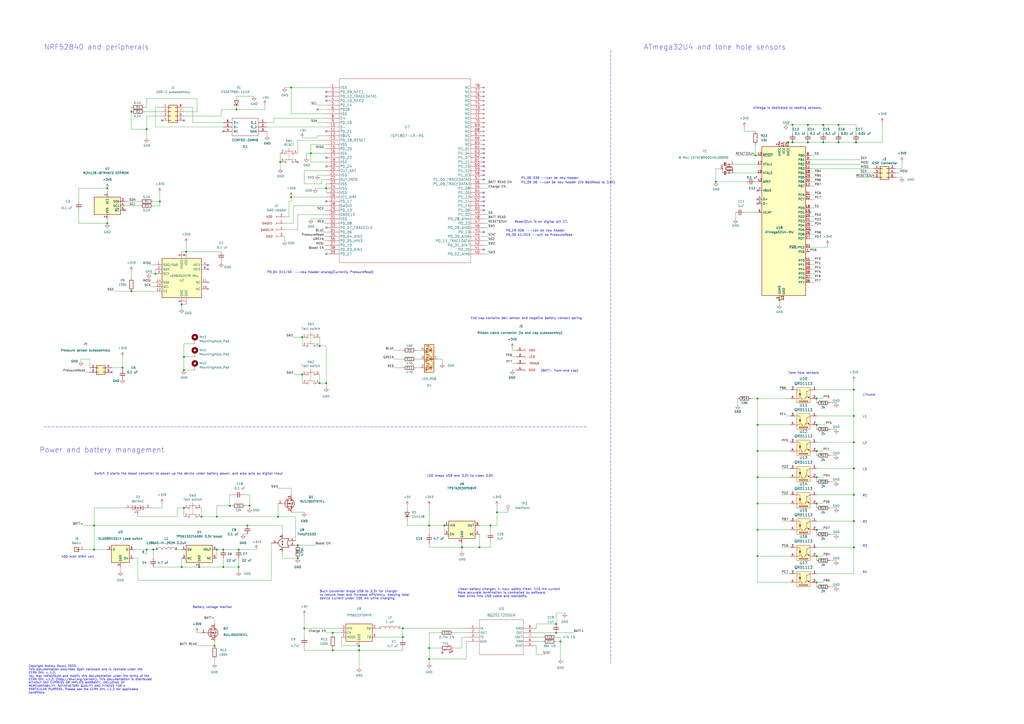
<source format=kicad_sch>
(kicad_sch (version 20211123) (generator eeschema)
  (paper "A2")
  (title_block (title "WARBL2") (date "2023-12-08") (rev "4.8") (company "Mowry Stringed Instruments"))
  (junction (at 129.54 328.93))
  (junction (at 439.42 246.38))
  (junction (at 233.68 364.49))
  (junction (at 125.73 299.72))
  (junction (at 439.42 292.1))
  (junction (at 439.42 276.86))
  (junction (at 473.71 231.14))
  (junction (at 115.57 328.93))
  (junction (at 477.52 82.55))
  (junction (at 473.71 261.62))
  (junction (at 486.41 82.55))
  (junction (at 473.71 246.38))
  (junction (at 278.13 317.5))
  (junction (at 452.12 173.99))
  (junction (at 457.2 82.55))
  (junction (at 193.04 367.03))
  (junction (at 144.78 293.37))
  (junction (at 233.68 369.57))
  (junction (at 76.2 64.77))
  (junction (at 76.2 168.91))
  (junction (at 168.91 50.8))
  (junction (at 459.74 82.55))
  (junction (at 116.84 299.72))
  (junction (at 125.73 318.77))
  (junction (at 495.3 241.3))
  (junction (at 85.09 74.93))
  (junction (at 88.9 318.77))
  (junction (at 137.16 63.5))
  (junction (at 468.63 82.55))
  (junction (at 495.3 256.54))
  (junction (at 162.56 93.98))
  (junction (at 193.04 377.19))
  (junction (at 288.29 297.18))
  (junction (at 189.23 222.25))
  (junction (at 495.3 302.26))
  (junction (at 248.92 382.27))
  (junction (at 180.34 88.9))
  (junction (at 468.63 72.39))
  (junction (at 459.74 72.39))
  (junction (at 124.46 374.65))
  (junction (at 439.42 307.34))
  (junction (at 90.17 158.75))
  (junction (at 473.71 322.58))
  (junction (at 138.43 318.77))
  (junction (at 105.41 176.53))
  (junction (at 172.72 323.85))
  (junction (at 473.71 276.86))
  (junction (at 175.26 195.58))
  (junction (at 257.81 304.8))
  (junction (at 486.41 72.39))
  (junction (at 495.3 271.78))
  (junction (at 62.23 129.54))
  (junction (at 495.3 226.06))
  (junction (at 54.61 304.8))
  (junction (at 248.92 304.8))
  (junction (at 185.42 200.66))
  (junction (at 172.72 316.23))
  (junction (at 415.29 105.41))
  (junction (at 477.52 72.39))
  (junction (at 284.48 304.8))
  (junction (at 322.58 361.95))
  (junction (at 143.51 304.8))
  (junction (at 495.3 287.02))
  (junction (at 185.42 222.25))
  (junction (at 248.92 375.92))
  (junction (at 54.61 318.77))
  (junction (at 106.68 214.63))
  (junction (at 106.68 294.64))
  (junction (at 322.58 367.03))
  (junction (at 92.71 116.84))
  (junction (at 161.29 299.72))
  (junction (at 106.68 207.01))
  (junction (at 168.91 114.3))
  (junction (at 439.42 231.14))
  (junction (at 439.42 261.62))
  (junction (at 208.28 377.19))
  (junction (at 107.95 146.05))
  (junction (at 473.71 292.1))
  (junction (at 85.09 318.77))
  (junction (at 267.97 317.5))
  (junction (at 496.57 82.55))
  (junction (at 189.23 109.22))
  (junction (at 439.42 322.58))
  (junction (at 71.12 213.36))
  (junction (at 473.71 337.82))
  (junction (at 473.71 307.34))
  (junction (at 438.15 90.17))
  (junction (at 208.28 374.65))
  (junction (at 176.53 364.49))
  (junction (at 62.23 109.22))
  (junction (at 138.43 328.93))
  (junction (at 325.12 372.11))
  (junction (at 129.54 318.77))
  (junction (at 175.26 217.17))
  (junction (at 495.3 317.5))
  (junction (at 133.35 293.37))
  (junction (at 105.41 328.93))
  (no_connect (at 469.9 133.35))
  (no_connect (at 189.23 96.52))
  (no_connect (at 280.67 114.3))
  (no_connect (at 439.42 118.11))
  (no_connect (at 189.23 53.34))
  (no_connect (at 280.67 86.36))
  (no_connect (at 280.67 93.98))
  (no_connect (at 184.15 63.5))
  (no_connect (at 280.67 121.92))
  (no_connect (at 172.72 93.98))
  (no_connect (at 129.54 76.2))
  (no_connect (at 280.67 88.9))
  (no_connect (at 280.67 104.14))
  (no_connect (at 280.67 99.06))
  (no_connect (at 439.42 110.49))
  (no_connect (at 280.67 91.44))
  (no_connect (at 189.23 55.88))
  (no_connect (at 280.67 119.38))
  (no_connect (at 72.39 121.92))
  (no_connect (at 280.67 96.52))
  (no_connect (at 64.77 215.9))
  (no_connect (at 120.65 156.21))
  (no_connect (at 439.42 115.57))
  (no_connect (at 469.9 123.19))
  (no_connect (at 189.23 58.42))
  (no_connect (at 280.67 144.78))
  (no_connect (at 280.67 101.6))
  (no_connect (at 189.23 147.32))
  (no_connect (at 120.65 153.67))
  (no_connect (at 189.23 116.84))
  (no_connect (at 280.67 111.76))
  (no_connect (at 106.68 69.85))
  (no_connect (at 280.67 134.62))
  (no_connect (at 189.23 76.2))
  (no_connect (at 189.23 91.44))
  (no_connect (at 93.98 69.85))
  (no_connect (at 452.12 82.55))
  (no_connect (at 189.23 132.08))
  (no_connect (at 280.67 116.84))
  (wire (pts (xy 85.09 62.23) (xy 85.09 57.15)))
  (wire (pts (xy 457.2 256.54) (xy 458.47 256.54)))
  (wire (pts (xy 187.96 134.62) (xy 189.23 134.62)))
  (wire (pts (xy 469.9 125.73) (xy 472.44 125.73)))
  (wire (pts (xy 248.92 367.03) (xy 248.92 375.92)))
  (wire (pts (xy 469.9 105.41) (xy 472.44 105.41)))
  (wire (pts (xy 435.61 231.14) (xy 439.42 231.14)))
  (wire (pts (xy 417.83 97.79) (xy 415.29 97.79)))
  (wire (pts (xy 496.57 102.87) (xy 506.73 102.87)))
  (wire (pts (xy 218.44 364.49) (xy 219.71 364.49)))
  (wire (pts (xy 473.71 246.38) (xy 478.79 246.38)))
  (wire (pts (xy 438.15 105.41) (xy 439.42 105.41)))
  (wire (pts (xy 459.74 72.39) (xy 468.63 72.39)))
  (wire (pts (xy 496.57 72.39) (xy 496.57 77.47)))
  (wire (pts (xy 128.27 67.31) (xy 106.68 67.31)))
  (wire (pts (xy 54.61 304.8) (xy 54.61 318.77)))
  (wire (pts (xy 177.8 88.9) (xy 177.8 91.44)))
  (wire (pts (xy 157.48 314.96) (xy 157.48 336.55)))
  (wire (pts (xy 472.44 102.87) (xy 469.9 102.87)))
  (wire (pts (xy 116.84 294.64) (xy 116.84 299.72)))
  (wire (pts (xy 87.63 163.83) (xy 90.17 163.83)))
  (wire (pts (xy 257.81 304.8) (xy 257.81 309.88)))
  (wire (pts (xy 248.92 293.37) (xy 248.92 304.8)))
  (wire (pts (xy 184.15 71.12) (xy 189.23 71.12)))
  (wire (pts (xy 102.87 299.72) (xy 102.87 294.64)))
  (wire (pts (xy 184.15 78.74) (xy 189.23 78.74)))
  (wire (pts (xy 168.91 297.18) (xy 176.53 297.18)))
  (wire (pts (xy 311.15 372.11) (xy 314.96 372.11)))
  (wire (pts (xy 154.94 73.66) (xy 189.23 73.66)))
  (wire (pts (xy 439.42 322.58) (xy 439.42 337.82)))
  (wire (pts (xy 172.72 81.28) (xy 172.72 88.9)))
  (wire (pts (xy 473.71 287.02) (xy 495.3 287.02)))
  (wire (pts (xy 144.78 287.02) (xy 144.78 293.37)))
  (wire (pts (xy 90.17 73.66) (xy 129.54 73.66)))
  (wire (pts (xy 495.3 317.5) (xy 495.3 332.74)))
  (wire (pts (xy 172.72 316.23) (xy 182.88 316.23)))
  (wire (pts (xy 182.88 109.22) (xy 189.23 109.22)))
  (wire (pts (xy 267.97 317.5) (xy 278.13 317.5)))
  (wire (pts (xy 322.58 372.11) (xy 325.12 372.11)))
  (wire (pts (xy 184.15 101.6) (xy 189.23 101.6)))
  (wire (pts (xy 458.47 276.86) (xy 439.42 276.86)))
  (wire (pts (xy 189.23 106.68) (xy 189.23 109.22)))
  (wire (pts (xy 457.2 82.55) (xy 459.74 82.55)))
  (wire (pts (xy 495.3 271.78) (xy 495.3 287.02)))
  (wire (pts (xy 241.3 203.2) (xy 243.84 203.2)))
  (wire (pts (xy 77.47 318.77) (xy 85.09 318.77)))
  (wire (pts (xy 189.23 109.22) (xy 189.23 111.76)))
  (wire (pts (xy 46.99 208.28) (xy 46.99 209.55)))
  (wire (pts (xy 180.34 88.9) (xy 177.8 88.9)))
  (wire (pts (xy 472.44 138.43) (xy 469.9 138.43)))
  (wire (pts (xy 105.41 176.53) (xy 105.41 179.07)))
  (wire (pts (xy 481.33 264.16) (xy 485.14 264.16)))
  (wire (pts (xy 48.26 304.8) (xy 54.61 304.8)))
  (wire (pts (xy 125.73 318.77) (xy 125.73 323.85)))
  (wire (pts (xy 473.71 294.64) (xy 473.71 292.1)))
  (wire (pts (xy 83.82 321.31) (xy 85.09 321.31)))
  (wire (pts (xy 45.72 121.92) (xy 45.72 129.54)))
  (wire (pts (xy 469.9 128.27) (xy 472.44 128.27)))
  (wire (pts (xy 158.75 68.58) (xy 158.75 71.12)))
  (wire (pts (xy 189.23 222.25) (xy 189.23 224.79)))
  (wire (pts (xy 140.97 309.88) (xy 143.51 309.88)))
  (wire (pts (xy 311.15 367.03) (xy 322.58 367.03)))
  (wire (pts (xy 171.45 299.72) (xy 171.45 313.69)))
  (wire (pts (xy 83.82 64.77) (xy 93.98 64.77)))
  (wire (pts (xy 280.67 124.46) (xy 283.21 124.46)))
  (wire (pts (xy 165.1 50.8) (xy 168.91 50.8)))
  (wire (pts (xy 180.34 83.82) (xy 180.34 88.9)))
  (wire (pts (xy 472.44 156.21) (xy 469.9 156.21)))
  (wire (pts (xy 439.42 231.14) (xy 439.42 246.38)))
  (wire (pts (xy 481.33 294.64) (xy 485.14 294.64)))
  (wire (pts (xy 83.82 62.23) (xy 85.09 62.23)))
  (wire (pts (xy 88.9 116.84) (xy 92.71 116.84)))
  (wire (pts (xy 168.91 283.21) (xy 168.91 287.02)))
  (wire (pts (xy 248.92 382.27) (xy 270.51 382.27)))
  (wire (pts (xy 175.26 195.58) (xy 175.26 200.66)))
  (wire (pts (xy 473.71 309.88) (xy 473.71 307.34)))
  (wire (pts (xy 167.64 116.84) (xy 168.91 116.84)))
  (wire (pts (xy 138.43 318.77) (xy 148.59 318.77)))
  (wire (pts (xy 170.18 129.54) (xy 165.1 129.54)))
  (wire (pts (xy 162.56 88.9) (xy 162.56 93.98)))
  (wire (pts (xy 113.03 214.63) (xy 106.68 214.63)))
  (wire (pts (xy 455.93 72.39) (xy 459.74 72.39)))
  (wire (pts (xy 153.67 63.5) (xy 137.16 63.5)))
  (wire (pts (xy 322.58 369.57) (xy 325.12 369.57)))
  (wire (pts (xy 469.9 95.25) (xy 499.11 95.25)))
  (wire (pts (xy 248.92 375.92) (xy 255.27 375.92)))
  (wire (pts (xy 486.41 72.39) (xy 486.41 77.47)))
  (wire (pts (xy 186.69 104.14) (xy 189.23 104.14)))
  (wire (pts (xy 193.04 367.03) (xy 193.04 368.3)))
  (wire (pts (xy 154.94 76.2) (xy 154.94 78.74)))
  (wire (pts (xy 184.15 63.5) (xy 189.23 63.5)))
  (wire (pts (xy 76.2 74.93) (xy 85.09 74.93)))
  (wire (pts (xy 184.15 60.96) (xy 189.23 60.96)))
  (wire (pts (xy 114.3 57.15) (xy 114.3 64.77)))
  (wire (pts (xy 72.39 294.64) (xy 54.61 294.64)))
  (wire (pts (xy 90.17 73.66) (xy 90.17 62.23)))
  (wire (pts (xy 473.71 279.4) (xy 473.71 276.86)))
  (wire (pts (xy 297.18 201.93) (xy 297.18 203.2)))
  (wire (pts (xy 288.29 297.18) (xy 294.64 297.18)))
  (wire (pts (xy 165.1 125.73) (xy 167.64 125.73)))
  (wire (pts (xy 426.72 123.19) (xy 426.72 127)))
  (wire (pts (xy 438.15 83.82) (xy 438.15 90.17)))
  (wire (pts (xy 325.12 382.27) (xy 325.12 372.11)))
  (wire (pts (xy 477.52 276.86) (xy 473.71 276.86)))
  (wire (pts (xy 495.3 241.3) (xy 495.3 256.54)))
  (wire (pts (xy 288.29 304.8) (xy 284.48 304.8)))
  (wire (pts (xy 457.2 82.55) (xy 454.66 82.55)))
  (wire (pts (xy 66.04 168.91) (xy 76.2 168.91)))
  (wire (pts (xy 85.09 67.31) (xy 93.98 67.31)))
  (wire (pts (xy 228.6 208.28) (xy 233.68 208.28)))
  (wire (pts (xy 168.91 50.8) (xy 189.23 50.8)))
  (wire (pts (xy 415.29 97.79) (xy 415.29 105.41)))
  (wire (pts (xy 180.34 127) (xy 189.23 127)))
  (wire (pts (xy 193.04 367.03) (xy 198.12 367.03)))
  (wire (pts (xy 138.43 323.85) (xy 138.43 328.93)))
  (wire (pts (xy 248.92 304.8) (xy 248.92 309.88)))
  (wire (pts (xy 105.41 176.53) (xy 107.95 176.53)))
  (wire (pts (xy 208.28 377.19) (xy 233.68 377.19)))
  (wire (pts (xy 76.2 64.77) (xy 76.2 74.93)))
  (wire (pts (xy 176.53 99.06) (xy 176.53 106.68)))
  (wire (pts (xy 189.23 99.06) (xy 176.53 99.06)))
  (wire (pts (xy 189.23 83.82) (xy 180.34 83.82)))
  (wire (pts (xy 71.12 207.01) (xy 71.12 213.36)))
  (wire (pts (xy 481.33 233.68) (xy 485.14 233.68)))
  (wire (pts (xy 280.67 129.54) (xy 283.21 129.54)))
  (wire (pts (xy 278.13 304.8) (xy 284.48 304.8)))
  (wire (pts (xy 168.91 114.3) (xy 189.23 114.3)))
  (wire (pts (xy 267.97 317.5) (xy 267.97 320.04)))
  (wire (pts (xy 165.1 133.35) (xy 172.72 133.35)))
  (wire (pts (xy 144.78 293.37) (xy 142.24 293.37)))
  (wire (pts (xy 87.63 294.64) (xy 93.98 294.64)))
  (wire (pts (xy 62.23 109.22) (xy 45.72 109.22)))
  (wire (pts (xy 473.71 231.14) (xy 473.71 233.68)))
  (wire (pts (xy 124.46 372.11) (xy 124.46 374.65)))
  (wire (pts (xy 168.91 66.04) (xy 189.23 66.04)))
  (wire (pts (xy 254 208.28) (xy 256.54 208.28)))
  (wire (pts (xy 280.67 127) (xy 283.21 127)))
  (wire (pts (xy 439.42 231.14) (xy 458.47 231.14)))
  (wire (pts (xy 163.83 323.85) (xy 172.72 323.85)))
  (wire (pts (xy 495.3 287.02) (xy 495.3 302.26)))
  (wire (pts (xy 327.66 355.6) (xy 322.58 355.6)))
  (wire (pts (xy 113.03 199.39) (xy 106.68 199.39)))
  (wire (pts (xy 452.12 176.53) (xy 452.12 173.99)))
  (wire (pts (xy 270.51 372.11) (xy 270.51 382.27)))
  (wire (pts (xy 455.93 241.3) (xy 458.47 241.3)))
  (wire (pts (xy 189.23 367.03) (xy 193.04 367.03)))
  (wire (pts (xy 511.81 71.12) (xy 511.81 82.55)))
  (wire (pts (xy 439.42 246.38) (xy 439.42 261.62)))
  (wire (pts (xy 477.52 307.34) (xy 473.71 307.34)))
  (wire (pts (xy 176.53 364.49) (xy 176.53 369.57)))
  (wire (pts (xy 311.15 364.49) (xy 311.15 361.95)))
  (polyline (pts (xy 354.33 29.21) (xy 354.33 384.81)))
  (wire (pts (xy 185.42 217.17) (xy 185.42 222.25)))
  (wire (pts (xy 198.12 374.65) (xy 208.28 374.65)))
  (wire (pts (xy 453.39 302.26) (xy 458.47 302.26)))
  (wire (pts (xy 473.71 302.26) (xy 495.3 302.26)))
  (wire (pts (xy 180.34 88.9) (xy 189.23 88.9)))
  (wire (pts (xy 458.47 246.38) (xy 439.42 246.38)))
  (wire (pts (xy 92.71 111.76) (xy 92.71 116.84)))
  (wire (pts (xy 125.73 299.72) (xy 161.29 299.72)))
  (wire (pts (xy 144.78 293.37) (xy 144.78 294.64)))
  (wire (pts (xy 172.72 124.46) (xy 189.23 124.46)))
  (wire (pts (xy 80.01 336.55) (xy 157.48 336.55)))
  (wire (pts (xy 128.27 63.5) (xy 137.16 63.5)))
  (wire (pts (xy 85.09 321.31) (xy 85.09 318.77)))
  (wire (pts (xy 129.54 328.93) (xy 138.43 328.93)))
  (wire (pts (xy 85.09 318.77) (xy 88.9 318.77)))
  (wire (pts (xy 311.15 379.73) (xy 314.96 379.73)))
  (wire (pts (xy 87.63 153.67) (xy 90.17 153.67)))
  (wire (pts (xy 62.23 109.22) (xy 62.23 111.76)))
  (wire (pts (xy 458.47 307.34) (xy 439.42 307.34)))
  (wire (pts (xy 431.8 73.66) (xy 431.8 76.2)))
  (wire (pts (xy 46.99 208.28) (xy 52.07 208.28)))
  (wire (pts (xy 469.9 115.57) (xy 472.44 115.57)))
  (wire (pts (xy 233.68 364.49) (xy 270.51 364.49)))
  (wire (pts (xy 193.04 377.19) (xy 208.28 377.19)))
  (wire (pts (xy 115.57 328.93) (xy 129.54 328.93)))
  (wire (pts (xy 93.98 292.1) (xy 93.98 294.64)))
  (wire (pts (xy 187.96 137.16) (xy 189.23 137.16)))
  (wire (pts (xy 111.76 71.12) (xy 111.76 62.23)))
  (wire (pts (xy 176.53 106.68) (xy 186.69 106.68)))
  (wire (pts (xy 105.41 146.05) (xy 107.95 146.05)))
  (wire (pts (xy 280.67 139.7) (xy 283.21 139.7)))
  (wire (pts (xy 256.54 208.28) (xy 256.54 210.82)))
  (wire (pts (xy 88.9 119.38) (xy 92.71 119.38)))
  (wire (pts (xy 496.57 82.55) (xy 511.81 82.55)))
  (wire (pts (xy 129.54 323.85) (xy 129.54 328.93)))
  (polyline (pts (xy 340.36 247.65) (xy 25.4 247.65)))
  (wire (pts (xy 54.61 294.64) (xy 54.61 304.8)))
  (wire (pts (xy 90.17 156.21) (xy 90.17 158.75)))
  (wire (pts (xy 92.71 119.38) (xy 92.71 116.84)))
  (wire (pts (xy 161.29 292.1) (xy 161.29 299.72)))
  (wire (pts (xy 473.71 264.16) (xy 473.71 261.62)))
  (wire (pts (xy 248.92 304.8) (xy 257.81 304.8)))
  (wire (pts (xy 187.96 142.24) (xy 189.23 142.24)))
  (wire (pts (xy 288.29 297.18) (xy 288.29 304.8)))
  (wire (pts (xy 236.22 293.37) (xy 236.22 294.64)))
  (wire (pts (xy 72.39 116.84) (xy 81.28 116.84)))
  (wire (pts (xy 262.89 375.92) (xy 267.97 375.92)))
  (wire (pts (xy 158.75 68.58) (xy 189.23 68.58)))
  (wire (pts (xy 280.67 147.32) (xy 283.21 147.32)))
  (wire (pts (xy 248.92 382.27) (xy 248.92 384.81)))
  (wire (pts (xy 176.53 356.87) (xy 176.53 364.49)))
  (wire (pts (xy 248.92 375.92) (xy 248.92 382.27)))
  (wire (pts (xy 168.91 66.04) (xy 168.91 50.8)))
  (wire (pts (xy 102.87 294.64) (xy 106.68 294.64)))
  (wire (pts (xy 453.39 332.74) (xy 458.47 332.74)))
  (wire (pts (xy 438.15 90.17) (xy 439.42 90.17)))
  (wire (pts (xy 86.36 158.75) (xy 90.17 158.75)))
  (wire (pts (xy 322.58 367.03) (xy 332.74 367.03)))
  (wire (pts (xy 468.63 82.55) (xy 477.52 82.55)))
  (wire (pts (xy 233.68 369.57) (xy 233.68 370.84)))
  (wire (pts (xy 280.67 109.22) (xy 283.21 109.22)))
  (wire (pts (xy 171.45 316.23) (xy 172.72 316.23)))
  (wire (pts (xy 452.12 226.06) (xy 458.47 226.06)))
  (wire (pts (xy 468.63 72.39) (xy 477.52 72.39)))
  (wire (pts (xy 469.9 100.33) (xy 472.44 100.33)))
  (wire (pts (xy 459.74 77.47) (xy 459.74 72.39)))
  (wire (pts (xy 107.95 146.05) (xy 128.27 146.05)))
  (wire (pts (xy 124.46 359.41) (xy 124.46 361.95)))
  (wire (pts (xy 425.45 95.25) (xy 439.42 95.25)))
  (wire (pts (xy 241.3 208.28) (xy 243.84 208.28)))
  (wire (pts (xy 469.9 158.75) (xy 472.44 158.75)))
  (wire (pts (xy 473.71 248.92) (xy 473.71 246.38)))
  (wire (pts (xy 114.3 64.77) (xy 106.68 64.77)))
  (wire (pts (xy 473.71 340.36) (xy 473.71 337.82)))
  (wire (pts (xy 187.96 139.7) (xy 189.23 139.7)))
  (wire (pts (xy 170.18 217.17) (xy 175.26 217.17)))
  (wire (pts (xy 189.23 93.98) (xy 180.34 93.98)))
  (wire (pts (xy 102.87 318.77) (xy 105.41 318.77)))
  (wire (pts (xy 85.09 67.31) (xy 85.09 74.93)))
  (wire (pts (xy 80.01 323.85) (xy 77.47 323.85)))
  (wire (pts (xy 481.33 340.36) (xy 485.14 340.36)))
  (wire (pts (xy 473.71 241.3) (xy 495.3 241.3)))
  (wire (pts (xy 523.24 93.98) (xy 523.24 97.79)))
  (wire (pts (xy 262.89 367.03) (xy 270.51 367.03)))
  (wire (pts (xy 519.43 102.87) (xy 523.24 102.87)))
  (wire (pts (xy 472.44 161.29) (xy 469.9 161.29)))
  (wire (pts (xy 163.83 309.88) (xy 163.83 304.8)))
  (wire (pts (xy 469.9 163.83) (xy 472.44 163.83)))
  (wire (pts (xy 52.07 208.28) (xy 52.07 213.36)))
  (wire (pts (xy 76.2 62.23) (xy 76.2 64.77)))
  (wire (pts (xy 158.75 71.12) (xy 154.94 71.12)))
  (wire (pts (xy 161.29 299.72) (xy 171.45 299.72)))
  (wire (pts (xy 69.85 328.93) (xy 69.85 331.47)))
  (wire (pts (xy 76.2 157.48) (xy 76.2 161.29)))
  (wire (pts (xy 116.84 299.72) (xy 125.73 299.72)))
  (wire (pts (xy 90.17 318.77) (xy 88.9 318.77)))
  (wire (pts (xy 495.3 226.06) (xy 495.3 241.3)))
  (wire (pts (xy 297.18 210.82) (xy 299.72 210.82)))
  (wire (pts (xy 49.53 318.77) (xy 54.61 318.77)))
  (wire (pts (xy 280.67 132.08) (xy 283.21 132.08)))
  (wire (pts (xy 228.6 203.2) (xy 233.68 203.2)))
  (wire (pts (xy 184.15 80.01) (xy 184.15 78.74)))
  (wire (pts (xy 88.9 318.77) (xy 88.9 323.85)))
  (wire (pts (xy 299.72 203.2) (xy 297.18 203.2)))
  (wire (pts (xy 284.48 304.8) (xy 284.48 308.61)))
  (wire (pts (xy 170.18 119.38) (xy 189.23 119.38)))
  (wire (pts (xy 248.92 317.5) (xy 267.97 317.5)))
  (wire (pts (xy 187.96 121.92) (xy 189.23 121.92)))
  (wire (pts (xy 233.68 377.19) (xy 233.68 375.92)))
  (wire (pts (xy 453.39 317.5) (xy 458.47 317.5)))
  (wire (pts (xy 80.01 323.85) (xy 80.01 336.55)))
  (wire (pts (xy 236.22 304.8) (xy 248.92 304.8)))
  (wire (pts (xy 311.15 369.57) (xy 314.96 369.57)))
  (wire (pts (xy 439.42 307.34) (xy 439.42 322.58)))
  (wire (pts (xy 106.68 214.63) (xy 106.68 207.01)))
  (wire (pts (xy 106.68 294.64) (xy 106.68 299.72)))
  (wire (pts (xy 469.9 120.65) (xy 472.44 120.65)))
  (wire (pts (xy 278.13 317.5) (xy 284.48 317.5)))
  (wire (pts (xy 49.53 215.9) (xy 52.07 215.9)))
  (wire (pts (xy 128.27 63.5) (xy 128.27 67.31)))
  (wire (pts (xy 495.3 332.74) (xy 473.71 332.74)))
  (wire (pts (xy 425.45 100.33) (xy 439.42 100.33)))
  (wire (pts (xy 168.91 114.3) (xy 168.91 116.84)))
  (wire (pts (xy 208.28 374.65) (xy 208.28 377.19)))
  (wire (pts (xy 477.52 77.47) (xy 477.52 72.39)))
  (wire (pts (xy 297.18 207.01) (xy 299.72 207.01)))
  (wire (pts (xy 111.76 62.23) (xy 106.68 62.23)))
  (wire (pts (xy 248.92 314.96) (xy 248.92 317.5)))
  (wire (pts (xy 138.43 328.93) (xy 138.43 331.47)))
  (wire (pts (xy 71.12 213.36) (xy 71.12 214.63)))
  (wire (pts (xy 469.9 143.51) (xy 480.06 143.51)))
  (wire (pts (xy 472.44 107.95) (xy 469.9 107.95)))
  (wire (pts (xy 439.42 337.82) (xy 458.47 337.82)))
  (wire (pts (xy 469.9 97.79) (xy 506.73 97.79)))
  (wire (pts (xy 187.96 129.54) (xy 189.23 129.54)))
  (wire (pts (xy 486.41 72.39) (xy 496.57 72.39)))
  (wire (pts (xy 80.01 299.72) (xy 102.87 299.72)))
  (wire (pts (xy 468.63 72.39) (xy 468.63 77.47)))
  (wire (pts (xy 54.61 318.77) (xy 62.23 318.77)))
  (wire (pts (xy 76.2 168.91) (xy 90.17 168.91)))
  (wire (pts (xy 143.51 304.8) (xy 163.83 304.8)))
  (wire (pts (xy 128.27 151.13) (xy 128.27 152.4)))
  (wire (pts (xy 469.9 92.71) (xy 499.11 92.71)))
  (wire (pts (xy 469.9 153.67) (xy 472.44 153.67)))
  (wire (pts (xy 85.09 57.15) (xy 114.3 57.15)))
  (wire (pts (xy 458.47 271.78) (xy 453.39 271.78)))
  (wire (pts (xy 176.53 364.49) (xy 198.12 364.49)))
  (wire (pts (xy 267.97 369.57) (xy 270.51 369.57)))
  (wire (pts (xy 45.72 109.22) (xy 45.72 116.84)))
  (wire (pts (xy 180.34 93.98) (xy 180.34 88.9)))
  (wire (pts (xy 125.73 318.77) (xy 129.54 318.77)))
  (wire (pts (xy 111.76 71.12) (xy 129.54 71.12)))
  (wire (pts (xy 519.43 97.79) (xy 523.24 97.79)))
  (wire (pts (xy 280.67 106.68) (xy 283.21 106.68)))
  (wire (pts (xy 218.44 369.57) (xy 233.68 369.57)))
  (wire (pts (xy 469.9 113.03) (xy 472.44 113.03)))
  (wire (pts (xy 170.18 119.38) (xy 170.18 129.54)))
  (wire (pts (xy 62.23 129.54) (xy 62.23 127)))
  (wire (pts (xy 137.16 55.88) (xy 147.32 55.88)))
  (wire (pts (xy 85.09 74.93) (xy 85.09 80.01)))
  (wire (pts (xy 186.69 106.68) (xy 186.69 104.14)))
  (wire (pts (xy 129.54 318.77) (xy 138.43 318.77)))
  (wire (pts (xy 427.99 231.14) (xy 427.99 234.95)))
  (wire (pts (xy 176.53 377.19) (xy 193.04 377.19)))
  (wire (pts (xy 439.42 276.86) (xy 439.42 292.1)))
  (wire (pts (xy 133.35 293.37) (xy 134.62 293.37)))
  (wire (pts (xy 125.73 293.37) (xy 133.35 293.37)))
  (wire (pts (xy 506.73 100.33) (xy 499.11 100.33)))
  (wire (pts (xy 469.9 90.17) (xy 472.44 90.17)))
  (wire (pts (xy 241.3 213.36) (xy 243.84 213.36)))
  (wire (pts (xy 481.33 248.92) (xy 485.14 248.92)))
  (wire (pts (xy 458.47 292.1) (xy 439.42 292.1)))
  (wire (pts (xy 472.44 130.81) (xy 469.9 130.81)))
  (wire (pts (xy 469.9 135.89) (xy 472.44 135.89)))
  (wire (pts (xy 495.3 256.54) (xy 495.3 271.78)))
  (wire (pts (xy 114.3 367.03) (xy 116.84 367.03)))
  (wire (pts (xy 90.17 62.23) (xy 93.98 62.23)))
  (wire (pts (xy 163.83 320.04) (xy 163.83 323.85)))
  (wire (pts (xy 236.22 302.26) (xy 236.22 304.8)))
  (wire (pts (xy 187.96 86.36) (xy 189.23 86.36)))
  (wire (pts (xy 477.52 72.39) (xy 486.41 72.39)))
  (wire (pts (xy 477.52 292.1) (xy 473.71 292.1)))
  (wire (pts (xy 325.12 369.57) (xy 325.12 372.11)))
  (wire (pts (xy 189.23 81.28) (xy 172.72 81.28)))
  (wire (pts (xy 175.26 217.17) (xy 175.26 222.25)))
  (wire (pts (xy 480.06 142.24) (xy 480.06 143.51)))
  (wire (pts (xy 288.29 293.37) (xy 288.29 297.18)))
  (wire (pts (xy 473.71 271.78) (xy 495.3 271.78)))
  (wire (pts (xy 72.39 119.38) (xy 81.28 119.38)))
  (wire (pts (xy 185.42 200.66) (xy 189.23 200.66)))
  (wire (pts (xy 170.18 195.58) (xy 175.26 195.58)))
  (wire (pts (xy 311.15 361.95) (xy 322.58 361.95)))
  (wire (pts (xy 481.33 279.4) (xy 485.14 279.4)))
  (wire (pts (xy 107.95 140.97) (xy 107.95 146.05)))
  (wire (pts (xy 481.33 325.12) (xy 485.14 325.12)))
  (wire (pts (xy 299.72 214.63) (xy 297.18 214.63)))
  (wire (pts (xy 198.12 369.57) (xy 198.12 374.65)))
  (wire (pts (xy 439.42 292.1) (xy 439.42 307.34)))
  (wire (pts (xy 189.23 200.66) (xy 189.23 222.25)))
  (wire (pts (xy 233.68 364.49) (xy 233.68 369.57)))
  (wire (pts (xy 228.6 213.36) (xy 233.68 213.36)))
  (wire (pts (xy 472.44 151.13) (xy 469.9 151.13)))
  (wire (pts (xy 458.47 261.62) (xy 439.42 261.62)))
  (wire (pts (xy 473.71 256.54) (xy 495.3 256.54)))
  (wire (pts (xy 176.53 374.65) (xy 176.53 377.19)))
  (wire (pts (xy 162.56 93.98) (xy 162.56 97.79)))
  (wire (pts (xy 232.41 364.49) (xy 233.68 364.49)))
  (wire (pts (xy 124.46 382.27) (xy 124.46 384.81)))
  (wire (pts (xy 87.63 166.37) (xy 90.17 166.37)))
  (wire (pts (xy 278.13 309.88) (xy 278.13 317.5)))
  (wire (pts (xy 311.15 374.65) (xy 311.15 379.73)))
  (wire (pts (xy 105.41 328.93) (xy 115.57 328.93)))
  (wire (pts (xy 431.8 123.19) (xy 439.42 123.19)))
  (wire (pts (xy 452.12 173.99) (xy 454.66 173.99)))
  (wire (pts (xy 431.8 76.2) (xy 438.15 76.2)))
  (wire (pts (xy 167.64 125.73) (xy 167.64 116.84)))
  (wire (pts (xy 54.61 304.8) (xy 143.51 304.8)))
  (wire (pts (xy 426.72 90.17) (xy 438.15 90.17)))
  (wire (pts (xy 473.71 325.12) (xy 473.71 322.58)))
  (wire (pts (xy 415.29 105.41) (xy 433.07 105.41)))
  (wire (pts (xy 114.3 374.65) (xy 124.46 374.65)))
  (wire (pts (xy 187.96 144.78) (xy 189.23 144.78)))
  (wire (pts (xy 125.73 293.37) (xy 125.73 299.72)))
  (wire (pts (xy 255.27 367.03) (xy 248.92 367.03)))
  (wire (pts (xy 185.42 195.58) (xy 185.42 200.66)))
  (wire (pts (xy 284.48 317.5) (xy 284.48 313.69)))
  (wire (pts (xy 45.72 129.54) (xy 62.23 129.54)))
  (wire (pts (xy 473.71 317.5) (xy 495.3 317.5)))
  (wire (pts (xy 161.29 283.21) (xy 168.91 283.21)))
  (wire (pts (xy 193.04 375.92) (xy 193.04 377.19)))
  (wire (pts (xy 439.42 261.62) (xy 439.42 276.86)))
  (wire (pts (xy 172.72 133.35) (xy 172.72 124.46)))
  (wire (pts (xy 495.3 302.26) (xy 495.3 317.5)))
  (wire (pts (xy 140.97 287.02) (xy 144.78 287.02)))
  (wire (pts (xy 322.58 355.6) (xy 322.58 361.95)))
  (wire (pts (xy 133.35 287.02) (xy 133.35 293.37)))
  (wire (pts (xy 153.67 60.96) (xy 153.67 63.5)))
  (wire (pts (xy 113.03 207.01) (xy 106.68 207.01)))
  (wire (pts (xy 486.41 82.55) (xy 496.57 82.55)))
  (wire (pts (xy 185.42 222.25) (xy 189.23 222.25)))
  (wire (pts (xy 280.67 137.16) (xy 283.21 137.16)))
  (wire (pts (xy 458.47 322.58) (xy 439.42 322.58)))
  (wire (pts (xy 106.68 199.39) (xy 106.68 207.01)))
  (wire (pts (xy 267.97 375.92) (xy 267.97 369.57)))
  (wire (pts (xy 477.52 337.82) (xy 473.71 337.82)))
  (wire (pts (xy 477.52 82.55) (xy 486.41 82.55)))
  (wire (pts (xy 458.47 287.02) (xy 453.39 287.02)))
  (wire (pts (xy 105.41 323.85) (xy 105.41 328.93)))
  (wire (pts (xy 481.33 309.88) (xy 485.14 309.88)))
  (wire (pts (xy 473.71 261.62) (xy 477.52 261.62)))
  (wire (pts (xy 64.77 213.36) (xy 71.12 213.36)))
  (wire (pts (xy 519.43 100.33) (xy 521.97 100.33)))
  (wire (pts (xy 208.28 377.19) (xy 208.28 387.35)))
  (wire (pts (xy 135.89 287.02) (xy 133.35 287.02)))
  (wire (pts (xy 267.97 314.96) (xy 267.97 317.5)))
  (wire (pts (xy 495.3 220.98) (xy 495.3 226.06)))
  (wire (pts (xy 175.26 80.01) (xy 184.15 80.01)))
  (wire (pts (xy 473.71 226.06) (xy 495.3 226.06)))
  (wire (pts (xy 280.67 142.24) (xy 283.21 142.24)))
  (wire (pts (xy 88.9 328.93) (xy 105.41 328.93)))
  (wire (pts (xy 165.1 139.7) (xy 165.1 137.16)))
  (wire (pts (xy 477.52 231.14) (xy 473.71 231.14)))
  (wire (pts (xy 477.52 322.58) (xy 473.71 322.58)))
  (wire (pts (xy 459.74 82.55) (xy 468.63 82.55)))
  (text "R1" (at 500.38 288.29 0) (effects (font (size 1.27 1.27)) (justify left bottom)))
  (text "Battery voltage monitor" (at 111.76 353.06 0) (effects (font (size 1.27 1.27)) (justify left bottom)))
  (text "Switch 3 starts the boost converter to power up the device under battery power, and also acts as digital input" (at 54.61 275.59 0) (effects (font (size 1.27 1.27)) (justify left bottom)))
  (text "400 mAH NiMH cell" (at 35.56 323.85 0) (effects (font (size 1.27 1.27)) (justify left bottom)))
  (text "Power and battery management" (at 22.86 262.89 0) (effects (font (size 3 3)) (justify left bottom)))
  (text "R3" (at 500.38 317.5 0) (effects (font (size 1.27 1.27)) (justify left bottom)))
  (text "P1_09 D6 --can be new header (tie BattRead to 3.0V)" (at 302.26 106.68 0) (effects (font (size 1.27 1.27)) (justify left bottom)))
  (text "R4" (at 500.38 332.74 0) (effects (font (size 1.27 1.27)) (justify left bottom)))
  (text "Reset32U4 is on digital pin 27." (at 298.45 129.54 0) (effects (font (size 1.27 1.27)) (justify left bottom)))
  (text "L2" (at 500.38 257.81 0) (effects (font (size 1.27 1.27)) (justify left bottom)))
  (text "Copyright Andrew Mowry 2023.\nThis documentation describes Open Hardware and is licensed under the\nCERN OHL v. 1.2.\nYou may redistribute and modify this documentation under the terms of the\nCERN OHL v.1.2. (http://ohwr.org/cernohl). This documentation is distributed\nWITHOUT ANY EXPRESS OR IMPLIED WARRANTY, INCLUDING OF\nMERCHANTABILITY, SATISFACTORY QUALITY AND FITNESS FOR A\nPARTICULAR PURPOSE. Please see the CERN OHL v.1.2 for applicable\nconditions\n" (at 16.51 402.59 0) (effects (font (size 1.1938 1.1938)) (justify left bottom)))
  (text "(BATT- from end cap)" (at 313.69 215.9 0) (effects (font (size 1.27 1.27)) (justify left bottom)))
  (text "End cap contains bell sensor and negative battery contact spring" (at 273.05 185.42 0) (effects (font (size 1.27 1.27)) (justify left bottom)))
  (text "LDO drops USB and 3.3V to clean 3.0V" (at 247.65 276.86 0) (effects (font (size 1.27 1.27)) (justify left bottom)))
  (text "Buck converter drops USB to 3.3V for charger\nto reduce heat and increase efficiency, keeping total\ndevice current under 100 mA while charging" (at 185.42 347.98 0) (effects (font (size 1.27 1.27)) (justify left bottom)))
  (text "P1_00 D30 --can be new header" (at 302.26 104.14 0) (effects (font (size 1.27 1.27)) (justify left bottom)))
  (text "P0_19 D26  --can be new header" (at 293.37 134.62 0) (effects (font (size 1.27 1.27)) (justify left bottom)))
  (text "ATmega32U4 and tone hole sensors" (at 373.38 29.21 0) (effects (font (size 3 3)) (justify left bottom)))
  (text "Linear battery charger: 4-hour safety timer, 110 mA current\nMore accurate termination is controlled by software.\nHeat sinks into USB cable and standoffs." (at 265.43 346.71 0) (effects (font (size 1.27 1.27)) (justify left bottom)))
  (text "P0_04 D14/A0  --new header analog(Currently PressureRead)" (at 154.94 158.75 0) (effects (font (size 1.27 1.27)) (justify left bottom)))
  (text "P0_30 A1/D15 --will be PressureRead" (at 293.37 137.16 0) (effects (font (size 1.27 1.27)) (justify left bottom)))
  (text "L1" (at 500.38 242.57 0) (effects (font (size 1.27 1.27)) (justify left bottom)))
  (text "NRF52840 and peripherals" (at 25.4 29.21 0) (effects (font (size 3 3)) (justify left bottom)))
  (text "Tone hole sensors" (at 457.2 217.17 0) (effects (font (size 1.27 1.27)) (justify left bottom)))
  (text "ATmega is dedicated to reading sensors." (at 436.88 63.5 0) (effects (font (size 1.27 1.27)) (justify left bottom)))
  (text "LThumb" (at 500.38 229.87 0) (effects (font (size 1.27 1.27)) (justify left bottom)))
  (text "L3" (at 500.38 273.05 0) (effects (font (size 1.27 1.27)) (justify left bottom)))
  (text "R2" (at 500.38 303.53 0) (effects (font (size 1.27 1.27)) (justify left bottom)))
  (label "RED" (at 228.6 213.36 180))
  (label "PC7" (at 453.39 332.74 0))
  (label "PB6" (at 472.44 105.41 0))
  (label "SCK" (at 87.63 166.37 180))
  (label "PB7" (at 453.39 302.26 0))
  (label "PD2" (at 453.39 287.02 0))
  (label "SW2" (at 283.21 142.24 0))
  (label "B" (at 83.82 321.31 180))
  (label "PressureRead" (at 187.96 137.16 180))
  (label "PF6" (at 472.44 161.29 0))
  (label "PC6" (at 453.39 317.5 0))
  (label "MISO" (at 187.96 86.36 180))
  (label "PD6" (at 472.44 135.89 0))
  (label "BLUE" (at 228.6 203.2 180))
  (label "STAT" (at 283.21 137.16 0))
  (label "PD7" (at 472.44 138.43 0))
  (label "SCK" (at 187.96 121.92 180))
  (label "PB4" (at 477.52 322.58 0))
  (label "SW2" (at 170.18 217.17 180))
  (label "PE6" (at 469.9 146.05 0))
  (label "Boost EN" (at 182.88 316.23 0))
  (label "PD4" (at 472.44 130.81 0))
  (label "PF6" (at 477.52 231.14 0))
  (label "PF7" (at 472.44 163.83 0))
  (label "SS" (at 472.44 90.17 0))
  (label "SS2" (at 283.21 139.7 0))
  (label "MOSI" (at 87.63 163.83 180))
  (label "SW3" (at 161.29 283.21 180))
  (label "PF4" (at 472.44 156.21 0))
  (label "PB7" (at 472.44 107.95 0))
  (label "PB6" (at 452.12 226.06 0))
  (label "PF0" (at 457.2 256.54 180))
  (label "PD2" (at 472.44 125.73 0))
  (label "SDA" (at 184.15 71.12 180))
  (label "PF4" (at 455.93 241.3 180))
  (label "BATT+" (at 48.26 304.8 180))
  (label "BATT READ EN" (at 283.21 106.68 0))
  (label "SW1" (at 283.21 132.08 0))
  (label "SCL" (at 78.74 119.38 180))
  (label "PB4" (at 472.44 100.33 0))
  (label "RESET32U4" (at 496.57 102.87 0))
  (label "PF1" (at 477.52 261.62 0))
  (label "PD3" (at 472.44 128.27 0))
  (label "PD4" (at 477.52 276.86 0))
  (label "BATT+" (at 332.74 367.03 0))
  (label "SS2" (at 66.04 168.91 180))
  (label "PC7" (at 472.44 115.57 0))
  (label "PD6" (at 477.52 292.1 0))
  (label "SCL" (at 184.15 60.96 180))
  (label "BATT READ" (at 114.3 374.65 180))
  (label "RED" (at 187.96 129.54 180))
  (label "PF5" (at 472.44 158.75 0))
  (label "PF1" (at 472.44 153.67 0))
  (label "RESET32U4" (at 426.72 90.17 0))
  (label "MOSI" (at 521.97 100.33 0))
  (label "Charge EN" (at 283.21 109.22 0))
  (label "GREEN" (at 228.6 208.28 180))
  (label "SS" (at 283.21 124.46 0))
  (label "PC6" (at 472.44 113.03 0))
  (label "BLUE" (at 187.96 134.62 180))
  (label "BATT+" (at 124.46 359.41 180))
  (label "RESET32U4" (at 283.21 129.54 0))
  (label "Boost EN" (at 187.96 144.78 180))
  (label "PB5" (at 477.52 337.82 0))
  (label "PF0" (at 472.44 151.13 0))
  (label "BATT READ" (at 283.21 127 0))
  (label "MISO" (at 499.11 97.79 0))
  (label "PF5" (at 478.79 246.38 0))
  (label "PF7" (at 297.18 210.82 180))
  (label "SCK" (at 499.11 100.33 0))
  (label "SW1" (at 170.18 195.58 180))
  (label "GREEN" (at 187.96 139.7 180))
  (label "Charge EN" (at 189.23 367.03 180))
  (label "PressureRead" (at 49.53 215.9 180))
  (label "SW3" (at 283.21 147.32 0))
  (label "PB5" (at 472.44 102.87 0))
  (label "SDA" (at 74.93 116.84 0))
  (label "PD7" (at 477.52 307.34 0))
  (label "MISO" (at 87.63 153.67 180))
  (label "SCK" (at 499.11 92.71 0))
  (label "STAT" (at 314.96 379.73 0))
  (label "MOSI" (at 499.11 95.25 0))
  (label "PD3" (at 453.39 271.78 0))
  (label "SS" (at 472.44 120.65 0))
  (label "PE6" (at 297.18 207.01 180))
  (label "MOSI" (at 187.96 142.24 180))
  (symbol (lib_id "Device:R") (at 477.52 325.12 270) (unit 1)
    (property "Reference" "R21" (at 477.52 325.12 90))
    (property "Value" "2k" (at 477.52 327.66 90))
    (property "Footprint" "Resistor_SMD:R_0603_1608Metric" (effects hide))
    (property "Manufacturer" "Panasonic" (effects hide))
    (property "Mfg Part #" "ERJ-3GEYJ202V" (effects hide))
    (property "Package" "0603" (effects hide))
    (property "Digi-Key_PN" "P2.0KGTR-ND" (effects hide))
  )
  (symbol (lib_id "power:GND") (at 523.24 102.87 0) (unit 1)
    (property "Reference" "#PWR058" (effects hide))
    (property "Value" "GND" (at 528.32 104.14 0))
  )
  (symbol (lib_id "Connector_Generic:Conn_02x04_Counter_Clockwise") (at 99.06 64.77 0) (unit 1)
    (property "Reference" "J1" (at 100.33 50.8 0))
    (property "Value" "USB-C subassembly" (at 100.33 53.34 0))
    (property "Footprint" "Connector_PinHeader_2.54mm:PinHeader_2x04_P2.54mm_Vertical" (effects hide))
    (property "Instructions" "Do not include in assembly." (effects hide))
  )
  (symbol (lib_id "power:+3V0") (at 93.98 292.1 0) (unit 1)
    (property "Reference" "#PWR017" (effects hide))
    (property "Value" "+3V0" (at 93.98 287.02 0))
  )
  (symbol (lib_id "Device:C_Small") (at 176.53 372.11 180) (unit 1)
    (property "Reference" "C9" (at 171.45 370.84 0) (effects (justify left)))
    (property "Value" "4.7uF" (at 173.99 374.65 0) (effects (justify left)))
    (property "Footprint" "Capacitor_SMD:C_0603_1608Metric" (effects hide))
    (property "Digi-Key_PN" "445-7478-2-ND" (effects hide))
    (property "Manufacturer" "TDK" (effects hide))
    (property "Mfg Part #" "C1608X5R1C475K080AC" (effects hide))
    (property "Package" "0603" (effects hide))
    (property "Instructions" "No substitutions please" (effects hide))
  )
  (symbol (lib_id "power:GND") (at 256.54 210.82 0) (unit 1)
    (property "Reference" "#PWR040" (effects hide))
    (property "Value" "GND" (at 261.62 212.09 0))
  )
  (symbol (lib_id "power:+3V0") (at 431.8 73.66 0) (unit 1)
    (property "Reference" "#PWR056" (effects hide))
    (property "Value" "+3V0" (at 431.8 68.58 0))
  )
  (symbol (lib_id "Device:R") (at 237.49 208.28 90) (unit 1)
    (property "Reference" "R10" (at 237.49 208.28 90))
    (property "Value" "470" (at 237.49 210.82 90))
    (property "Footprint" "Resistor_SMD:R_0603_1608Metric" (effects hide))
    (property "Manufacturer" "Panasonic" (effects hide))
    (property "Mfg Part #" "ERJ-3GEYJ471V" (effects hide))
    (property "Package" "0603" (effects hide))
    (property "Digi-Key_PN" "P470GTR-ND" (effects hide))
  )
  (symbol (lib_id "power:GND") (at 62.23 129.54 0) (unit 1)
    (property "Reference" "#PWR01" (effects hide))
    (property "Value" "GND" (at 62.23 134.62 0))
  )
  (symbol (lib_id "power:+3V0") (at 114.3 367.03 0) (unit 1)
    (property "Reference" "#PWR?" (effects hide))
    (property "Value" "+3V0" (at 114.3 361.95 0))
  )
  (symbol (lib_id "power:+3V0") (at 480.06 142.24 0) (unit 1)
    (property "Reference" "#PWR057" (effects hide))
    (property "Value" "+3V0" (at 480.06 137.16 0))
  )
  (symbol (lib_id "power:+3V0") (at 523.24 93.98 0) (unit 1)
    (property "Reference" "#PWR063" (effects hide))
    (property "Value" "+3V0" (at 523.24 88.9 0))
  )
  (symbol (lib_id "Memory_EEPROM:M24C01-FMN") (at 62.23 119.38 0) (unit 1)
    (property "Reference" "U1" (at 60.96 97.79 0) (effects (justify left)))
    (property "Value" "M24128-BFMH6TG EEPROM" (at 48.26 100.33 0) (effects (justify left)))
    (property "Footprint" "WARBL_footprints:UFDFPN5_1P7X1P4_STM" (effects hide))
    (property "Digi-Key_PN" "497-17565-2-ND" (effects hide))
    (property "Mfg Part #" "M24128-BFMH6TG" (effects hide))
    (property "Manufacturer" "ST Microelectronics" (effects hide))
    (property "Package" "UFDFPN" (effects hide))
  )
  (symbol (lib_id "Device:C_Small") (at 233.68 373.38 180) (unit 1)
    (property "Reference" "C1" (at 229.87 372.11 0) (effects (justify left)))
    (property "Value" "4.7 uF" (at 231.14 374.65 0) (effects (justify left)))
    (property "Footprint" "Capacitor_SMD:C_0603_1608Metric" (effects hide))
    (property "Digi-Key_PN" "445-14258-2-ND" (effects hide))
    (property "Manufacturer" "TDK" (effects hide))
    (property "Mfg Part #" "C1608X7S1A475K080AC" (effects hide))
    (property "Package" "0603" (effects hide))
    (property "Instructions" "No substitutions please" (effects hide))
  )
  (symbol (lib_id "power:GND") (at 138.43 331.47 0) (unit 1)
    (property "Reference" "#PWR0102" (effects hide))
    (property "Value" "GND" (at 143.51 332.74 0))
  )
  (symbol (lib_id "WARBL2.2-rescue:QRD1114-dk_Optical-Sensors-Reflective-Analog-Output") (at 466.09 228.6 0) (unit 1)
    (property "Reference" "U10" (at 466.09 219.71 0) (effects (font (size 1.524 1.524))))
    (property "Value" "QRD1113" (at 466.09 222.4786 0) (effects (font (size 1.524 1.524))))
    (property "Footprint" "WARBL_footprints:Reflective_Sensor_QRD1114" (effects hide))
    (property "Digi-Key_PN" "QRD1113" (effects hide))
    (property "Category" "Sensors, Transducers" (effects hide))
    (property "Family" "Optical Sensors - Reflective - Analog Output" (effects hide))
    (property "DK_Datasheet_Link" "https://www.fairchildsemi.com/datasheets/QR/QRD1113.pdf" (effects hide))
    (property "DK_Detail_Page" "/product-detail/en/on-semiconductor/QRD1114/QRD1114-ND/187536" (effects hide))
    (property "Manufacturer" "ON Semiconductor" (effects hide))
    (property "Status" "Active" (effects hide))
    (property "Instructions" "Do not include in assembly." (effects hide))
  )
  (symbol (lib_id "power:GND") (at 415.29 105.41 0) (unit 1)
    (property "Reference" "#PWR042" (effects hide))
    (property "Value" "GND" (at 415.417 109.8042 0))
  )
  (symbol (lib_id "Device:C_Small") (at 496.57 80.01 180) (unit 1)
    (property "Reference" "C17" (at 500.38 74.93 0) (effects (justify left)))
    (property "Value" "0.01 uF" (at 505.46 77.47 0) (effects (justify left)))
    (property "Footprint" "Capacitor_SMD:C_0603_1608Metric" (effects hide))
    (property "Digi-Key_PN" "1276-1009-2-ND" (effects hide))
    (property "Manufacturer" "Samsung" (effects hide))
    (property "Mfg Part #" "CL10B103KB8NNNC" (effects hide))
    (property "Package" "0603" (effects hide))
  )
  (symbol (lib_id "power:+3V3") (at 148.59 318.77 0) (unit 1)
    (property "Reference" "#PWR029" (effects hide))
    (property "Value" "+3V3" (at 148.971 314.3758 0))
  )
  (symbol (lib_id "Device:LED_BGKR") (at 248.92 208.28 0) (mirror y) (unit 1)
    (property "Reference" "D4" (at 248.92 223.52 0))
    (property "Value" "LED_RGB" (at 248.92 219.71 0))
    (property "Footprint" "LED_SMD:LED_LiteOn_LTST-C19HE1WT" (effects hide))
    (property "Digi-Key_PN" "754-2166-2-ND" (effects hide))
    (property "Manufacturer" "Kingbright" (effects hide))
    (property "Mfg Part #" "APTF1616SEJ3ZGGVBDC" (effects hide))
    (property "Package" "0606" (effects hide))
    (property "Instructions" "No substitutions please" (effects hide))
  )
  (symbol (lib_name "MIC5365-3.3YC5_1") (lib_id "Regulator_Linear:MIC5365-3.3YC5") (at 267.97 307.34 0) (unit 1)
    (property "Reference" "U6" (at 267.97 280.67 0))
    (property "Value" "TPS7A2030PDBVR" (at 267.97 283.21 0))
    (property "Footprint" "WARBL_footprints:DBV0005A_L" (effects hide))
    (property "Digi-Key_PN" "296-TPS7A2030PDBVRTR-ND" (effects hide))
    (property "Manufacturer" "Texas Instruments" (effects hide))
    (property "Mfg Part #" "TPS7A2030PDBVR" (effects hide))
    (property "Package" "SOT-23-5" (effects hide))
  )
  (symbol (lib_id "power:GND") (at 452.12 176.53 0) (unit 1)
    (property "Reference" "#PWR053" (effects hide))
    (property "Value" "GND" (at 452.247 180.9242 0))
  )
  (symbol (lib_id "power:+3V0") (at 62.23 109.22 0) (unit 1)
    (property "Reference" "#PWR02" (effects hide))
    (property "Value" "+3V0" (at 62.23 104.14 0))
  )
  (symbol (lib_id "power:+3V0") (at 92.71 111.76 0) (unit 1)
    (property "Reference" "#PWR011" (effects hide))
    (property "Value" "+3V0" (at 92.71 106.68 0))
  )
  (symbol (lib_id "Device:R") (at 237.49 213.36 90) (unit 1)
    (property "Reference" "R11" (at 237.49 213.36 90))
    (property "Value" "470" (at 237.49 215.9 90))
    (property "Footprint" "Resistor_SMD:R_0603_1608Metric" (effects hide))
    (property "Manufacturer" "Panasonic" (effects hide))
    (property "Mfg Part #" "ERJ-3GEYJ471V" (effects hide))
    (property "Package" "0603" (effects hide))
    (property "Digi-Key_PN" "P470GTR-ND" (effects hide))
  )
  (symbol (lib_id "Device:R") (at 318.77 372.11 270) (unit 1)
    (property "Reference" "R7" (at 318.77 372.11 90))
    (property "Value" "36k 1%" (at 318.77 374.65 90))
    (property "Footprint" "Resistor_SMD:R_0603_1608Metric" (effects hide))
    (property "Manufacturer" "Panasonic" (effects hide))
    (property "Mfg Part #" "ERJ-3EKF3602V" (effects hide))
    (property "Package" "0603" (effects hide))
    (property "Digi-Key_PN" "P36.0KHTR-ND" (effects hide))
  )
  (symbol (lib_id "Transistor_FET:NDT3055L") (at 121.92 367.03 0) (unit 1)
    (property "Reference" "Q2" (at 129.54 364.49 0) (effects (justify left)))
    (property "Value" "RU1J002YNTCL" (at 129.54 368.3 0) (effects (justify left)))
    (property "Footprint" "WARBL_footprints:SOT-323_SC-70" (effects hide))
    (property "Digi-Key_PN" "RU1J002YNTCLTR-ND" (effects hide))
    (property "Manufacturer" "Rohm semiconductor" (effects hide))
    (property "Mfg Part #" "RU1J002YNTCL" (effects hide))
  )
  (symbol (lib_name "SW_Push_Dual_1") (lib_id "Switch:SW_Push_Dual") (at 180.34 217.17 0) (unit 1)
    (property "Reference" "SW2" (at 180.34 209.931 0))
    (property "Value" "Tact switch" (at 180.34 212.2424 0))
    (property "Footprint" "WARBL_footprints:TL3305BF160QG" (effects hide))
    (property "Instructions" "No substitutions please" (effects hide))
    (property "Manufacturer" "C&K" (effects hide))
    (property "Mfg Part #" "PTS647SM50SMTR2LFSTR-ND" (effects hide))
    (property "Package" "4 mm SMD" (effects hide))
    (property "Digi-Key_PN" "PTS647SM50SMTR2LFSTR-ND" (effects hide))
  )
  (symbol (lib_id "pspice:INDUCTOR") (at 96.52 318.77 0) (unit 1)
    (property "Reference" "L1" (at 96.52 312.42 0))
    (property "Value" "1286AS-H-2R2M 2.2uH" (at 96.52 314.96 0))
    (property "Footprint" "WARBL_footprints:INDC2016X120N" (effects hide))
    (property "Manufacturer" "Murata" (effects hide))
    (property "Mfg Part #" "1286AS-H-2R2M=P2" (effects hide))
    (property "Digi-Key_PN" "490-10605-2-ND" (effects hide))
    (property "Package" "0806" (effects hide))
  )
  (symbol (lib_id "Connector_Generic:Conn_01x01") (at 44.45 318.77 180) (unit 1)
    (property "Reference" "J6" (at 44.45 312.42 0))
    (property "Value" "Batt+" (at 44.45 314.96 0))
    (property "Footprint" "Connector_PinHeader_1.00mm:PinHeader_1x01_P1.00mm_Vertical" (effects hide))
    (property "Instructions" "Do not include in assembly." (effects hide))
  )
  (symbol (lib_id "Device:C_Small") (at 486.41 80.01 180) (unit 1)
    (property "Reference" "C16" (at 490.22 74.93 0) (effects (justify left)))
    (property "Value" "0.01 uF" (at 495.3 77.47 0) (effects (justify left)))
    (property "Footprint" "Capacitor_SMD:C_0603_1608Metric" (effects hide))
    (property "Digi-Key_PN" "1276-1009-2-ND" (effects hide))
    (property "Manufacturer" "Samsung" (effects hide))
    (property "Mfg Part #" "CL10B103KB8NNNC" (effects hide))
    (property "Package" "0603" (effects hide))
  )
  (symbol (lib_id "Device:R") (at 477.52 264.16 270) (unit 1)
    (property "Reference" "R17" (at 477.52 264.16 90))
    (property "Value" "2k" (at 477.52 266.7 90))
    (property "Footprint" "Resistor_SMD:R_0603_1608Metric" (effects hide))
    (property "Manufacturer" "Panasonic" (effects hide))
    (property "Mfg Part #" "ERJ-3GEYJ202V" (effects hide))
    (property "Package" "0603" (effects hide))
    (property "Digi-Key_PN" "P2.0KGTR-ND" (effects hide))
  )
  (symbol (lib_id "WARBL2.2-rescue:ECMF02-2AMX6-ECMF02-2AMX6") (at 154.94 71.12 0) (mirror y) (unit 1)
    (property "Reference" "IC1" (at 142.24 85.09 0))
    (property "Value" "ECMF02-2AMX6" (at 142.24 81.28 0))
    (property "Footprint" "WARBL_footprints:QFN-6L_STM" (effects hide))
    (property "Manufacturer" "ST Microelectronics" (effects hide))
    (property "Mfg Part #" "ECMF02-2AMX6" (effects hide))
    (property "Description" "Common Mode Filter & ESD Prot. USB uQFN6 STMicroelectronics ECMF02 Series, Signal Filter, 200mA QFN SMD, Flat Contact Termination, 1.8 x 1.6 x 0.5mm" (effects hide))
    (property "Package" "6-UFQFN" (effects hide))
    (property "Digi-Key_PN" "497-10773-2-ND" (effects hide))
  )
  (symbol (lib_id "Device:C_Small") (at 88.9 326.39 180) (unit 1)
    (property "Reference" "C4" (at 85.09 326.39 0) (effects (justify left)))
    (property "Value" "4.7 uF" (at 97.79 326.39 0) (effects (justify left)))
    (property "Footprint" "Capacitor_SMD:C_0603_1608Metric" (effects hide))
    (property "Digi-Key_PN" "445-14258-2-ND" (effects hide))
    (property "Manufacturer" "TDK" (effects hide))
    (property "Mfg Part #" "C1608X7S1A475K080AC" (effects hide))
    (property "Package" "0603" (effects hide))
    (property "Instructions" "No substitutions please" (effects hide))
  )
  (symbol (lib_id "power:GND") (at 162.56 97.79 0) (unit 1)
    (property "Reference" "#PWR014" (effects hide))
    (property "Value" "GND" (at 162.687 102.1842 0))
  )
  (symbol (lib_id "Device:C_Small") (at 284.48 311.15 0) (unit 1)
    (property "Reference" "C20" (at 288.29 309.88 0) (effects (justify left)))
    (property "Value" "1uF" (at 288.29 312.42 0) (effects (justify left)))
    (property "Footprint" "Capacitor_SMD:C_0603_1608Metric" (effects hide))
    (property "Manufacturer" "Samsung" (effects hide))
    (property "Mfg Part #" "CL10B105KP8NNNC" (effects hide))
    (property "Package" "0603" (effects hide))
    (property "Digi-Key_PN" "1276-1946-2-ND" (effects hide))
  )
  (symbol (lib_id "Diode:1N4148") (at 236.22 298.45 90) (unit 1)
    (property "Reference" "D3" (at 238.76 297.1799 90) (effects (justify right)))
    (property "Value" "1N4148" (at 238.76 299.7199 90) (effects (justify right)))
    (property "Footprint" "Diode_SMD:D_SOD-323" (effects hide))
    (property "Digi-Key_PN" "1655-1N4148WSTR-ND" (effects hide))
    (property "Manufacturer" "SMC Diode solutions" (effects hide))
    (property "Mfg Part #" "1N4148WS" (effects hide))
    (property "Package" "SOD-323" (effects hide))
  )
  (symbol (lib_id "power:+3V0") (at 511.81 71.12 0) (unit 1)
    (property "Reference" "#PWR062" (effects hide))
    (property "Value" "+3V0" (at 511.81 66.04 0))
  )
  (symbol (lib_id "power:GND") (at 177.8 91.44 0) (unit 1)
    (property "Reference" "#PWR024" (effects hide))
    (property "Value" "GND" (at 177.927 95.8342 0))
  )
  (symbol (lib_id "power:GND") (at 327.66 355.6 0) (unit 1)
    (property "Reference" "#PWR022" (effects hide))
    (property "Value" "GND" (at 327.66 360.68 0))
  )
  (symbol (lib_id "power:GND") (at 208.28 387.35 0) (unit 1)
    (property "Reference" "#PWR035" (effects hide))
    (property "Value" "GND" (at 208.407 391.7442 0))
  )
  (symbol (lib_id "power:GND") (at 105.41 179.07 0) (unit 1)
    (property "Reference" "#PWR08" (effects hide))
    (property "Value" "GND" (at 109.22 181.61 0))
  )
  (symbol (lib_id "WARBL2.2-rescue:QRD1114-dk_Optical-Sensors-Reflective-Analog-Output") (at 466.09 274.32 0) (unit 1)
    (property "Reference" "U13" (at 466.09 265.5062 0) (effects (font (size 1.524 1.524))))
    (property "Value" "QRD1113" (at 466.09 268.1986 0) (effects (font (size 1.524 1.524))))
    (property "Footprint" "WARBL_footprints:Reflective_Sensor_QRD1114" (effects hide))
    (property "Digi-Key_PN" "QRD1113" (effects hide))
    (property "Category" "Sensors, Transducers" (effects hide))
    (property "Family" "Optical Sensors - Reflective - Analog Output" (effects hide))
    (property "DK_Datasheet_Link" "https://www.fairchildsemi.com/datasheets/QR/QRD1113.pdf" (effects hide))
    (property "DK_Detail_Page" "/product-detail/en/on-semiconductor/QRD1114/QRD1114-ND/187536" (effects hide))
    (property "Manufacturer" "ON Semiconductor" (effects hide))
    (property "Status" "Active" (effects hide))
    (property "Instructions" "Do not include in assembly." (effects hide))
  )
  (symbol (lib_id "Device:C_Small") (at 138.43 321.31 180) (unit 1)
    (property "Reference" "C7" (at 143.51 321.31 0) (effects (justify left)))
    (property "Value" "22 uF" (at 146.05 325.12 0) (effects (justify left)))
    (property "Footprint" "Capacitor_SMD:C_0603_1608Metric" (effects hide))
    (property "Digi-Key_PN" "445-9077-2-ND" (effects hide))
    (property "Manufacturer" "TDK" (effects hide))
    (property "Mfg Part #" "C1608X5R1A226M080AC" (effects hide))
    (property "Package" "0603" (effects hide))
    (property "Instructions" "No substitutions please" (effects hide))
  )
  (symbol (lib_id "power:GND") (at 485.14 294.64 0) (unit 1)
    (property "Reference" "#PWR049" (effects hide))
    (property "Value" "GND" (at 485.14 293.37 0))
  )
  (symbol (lib_id "power:+3V0") (at 288.29 293.37 0) (unit 1)
    (property "Reference" "#PWR044" (effects hide))
    (property "Value" "+3V0" (at 288.29 288.29 0))
  )
  (symbol (lib_id "Device:C_Small") (at 129.54 321.31 180) (unit 1)
    (property "Reference" "C6" (at 134.62 321.31 0) (effects (justify left)))
    (property "Value" "22 uF" (at 137.16 325.12 0) (effects (justify left)))
    (property "Footprint" "Capacitor_SMD:C_0603_1608Metric" (effects hide))
    (property "Digi-Key_PN" "445-9077-2-ND" (effects hide))
    (property "Manufacturer" "TDK" (effects hide))
    (property "Mfg Part #" "C1608X5R1A226M080AC" (effects hide))
    (property "Package" "0603" (effects hide))
    (property "Instructions" "No substitutions please" (effects hide))
  )
  (symbol (lib_id "power:GND") (at 184.15 101.6 0) (unit 1)
    (property "Reference" "#PWR018" (effects hide))
    (property "Value" "GND" (at 180.34 102.87 0))
  )
  (symbol (lib_id "Mechanical:MountingHole_Pad") (at 113.03 204.47 0) (unit 1)
    (property "Reference" "MH1" (at 115.57 203.1746 0) (effects (justify left)))
    (property "Value" "MountingHole_Pad" (at 115.57 205.486 0) (effects (justify left)))
    (property "Footprint" "WARBL_footprints:MountingHole__2_56_Pad_small" (effects hide))
    (property "Instructions" "Do not include in assembly." (effects hide))
  )
  (symbol (lib_id "power:+5V") (at 176.53 356.87 0) (unit 1)
    (property "Reference" "#PWR033" (effects hide))
    (property "Value" "+5V" (at 176.53 351.79 0))
  )
  (symbol (lib_id "power:GND") (at 124.46 384.81 0) (unit 1)
    (property "Reference" "#PWR038" (effects hide))
    (property "Value" "GND" (at 124.46 389.89 0))
  )
  (symbol (lib_id "power:+3V0") (at 168.91 114.3 0) (unit 1)
    (property "Reference" "#PWR026" (effects hide))
    (property "Value" "+3V0" (at 168.91 109.22 0))
  )
  (symbol (lib_id "Device:C_Small") (at 468.63 80.01 180) (unit 1)
    (property "Reference" "C14" (at 472.44 74.93 0) (effects (justify left)))
    (property "Value" "0.1 uF" (at 476.25 77.47 0) (effects (justify left)))
    (property "Footprint" "Capacitor_SMD:C_0603_1608Metric" (effects hide))
    (property "Digi-Key_PN" "1276-1012-2-ND" (effects hide))
    (property "Manufacturer" "Samsung" (effects hide))
    (property "Mfg Part #" "CL10F104ZB8NNNC" (effects hide))
    (property "Package" "0603" (effects hide))
  )
  (symbol (lib_id "power:GND") (at 182.88 109.22 0) (unit 1)
    (property "Reference" "#PWR025" (effects hide))
    (property "Value" "GND" (at 179.07 110.49 0))
  )
  (symbol (lib_id "Connector_Generic:Conn_02x02_Counter_Clockwise") (at 57.15 213.36 0) (unit 1)
    (property "Reference" "J4" (at 49.53 199.39 0))
    (property "Value" "Pressure sensor subassembly" (at 49.53 203.2 0))
    (property "Footprint" "WARBL_footprints:ABPLLND060MGAA3_largepads" (effects hide))
    (property "Instructions" "Do not include in assembly." (effects hide))
  )
  (symbol (lib_id "power:GND") (at 267.97 320.04 0) (unit 1)
    (property "Reference" "#PWR039" (effects hide))
    (property "Value" "GND" (at 268.097 324.4342 0))
  )
  (symbol (lib_id "Device:R") (at 80.01 62.23 270) (unit 1)
    (property "Reference" "R1" (at 78.74 62.23 90) (effects (justify left)))
    (property "Value" "5.1K" (at 77.47 59.69 90) (effects (justify left)))
    (property "Footprint" "Resistor_SMD:R_0603_1608Metric" (effects hide))
    (property "Mfg Part #" "ERJ-3EKF5101V" (effects hide))
    (property "Digi-Key_PN" "P5.10KHTR-ND" (effects hide))
    (property "Manufacturer" "Panasonic" (effects hide))
    (property "Package" "0603" (effects hide))
  )
  (symbol (lib_id "power:GND") (at 85.09 80.01 0) (unit 1)
    (property "Reference" "#PWR05" (effects hide))
    (property "Value" "GND" (at 85.217 84.4042 0))
  )
  (symbol (lib_id "Regulator_Switching:TPS613221ADBV") (at 115.57 321.31 0) (unit 1)
    (property "Reference" "U4" (at 115.57 308.61 0))
    (property "Value" "TPS613221ADBV 3.3V boost" (at 115.57 311.15 0))
    (property "Footprint" "WARBL_footprints:DBV0005A_L" (effects hide))
    (property "Digi-Key_PN" "296-49467-2-ND" (effects hide))
    (property "Manufacturer" "Texas Instruments" (effects hide))
    (property "Mfg Part #" "TPS613221ADBVT" (effects hide))
    (property "Package" "SOT-753" (effects hide))
  )
  (symbol (lib_id "Device:R") (at 193.04 372.11 0) (unit 1)
    (property "Reference" "R13" (at 187.96 370.84 0))
    (property "Value" "100k" (at 187.96 373.38 0))
    (property "Footprint" "Resistor_SMD:R_0603_1608Metric" (effects hide))
    (property "Manufacturer" "Panasonic" (effects hide))
    (property "Mfg Part #" "ERJ-3GEYJ104V" (effects hide))
    (property "Package" "0603" (effects hide))
    (property "Digi-Key_PN" "P100KGTR-ND" (effects hide))
  )
  (symbol (lib_id "WARBL2.2-rescue:QRD1114-dk_Optical-Sensors-Reflective-Analog-Output") (at 466.09 243.84 0) (unit 1)
    (property "Reference" "U11" (at 466.09 235.0262 0) (effects (font (size 1.524 1.524))))
    (property "Value" "QRD1113" (at 466.09 237.7186 0) (effects (font (size 1.524 1.524))))
    (property "Footprint" "WARBL_footprints:Reflective_Sensor_QRD1114" (effects hide))
    (property "Digi-Key_PN" "QRD1113" (effects hide))
    (property "Category" "Sensors, Transducers" (effects hide))
    (property "Family" "Optical Sensors - Reflective - Analog Output" (effects hide))
    (property "DK_Datasheet_Link" "https://www.fairchildsemi.com/datasheets/QR/QRD1113.pdf" (effects hide))
    (property "DK_Detail_Page" "/product-detail/en/on-semiconductor/QRD1114/QRD1114-ND/187536" (effects hide))
    (property "Manufacturer" "ON Semiconductor" (effects hide))
    (property "Status" "Active" (effects hide))
    (property "Instructions" "Do not include in assembly." (effects hide))
  )
  (symbol (lib_id "Device:C_Small") (at 459.74 80.01 180) (unit 1)
    (property "Reference" "C13" (at 463.55 74.93 0) (effects (justify left)))
    (property "Value" "0.1 uF" (at 467.36 77.47 0) (effects (justify left)))
    (property "Footprint" "Capacitor_SMD:C_0603_1608Metric" (effects hide))
    (property "Digi-Key_PN" "1276-1012-2-ND" (effects hide))
    (property "Manufacturer" "Samsung" (effects hide))
    (property "Mfg Part #" "CL10F104ZB8NNNC" (effects hide))
    (property "Package" "0603" (effects hide))
  )
  (symbol (lib_id "Device:C_Small") (at 477.52 80.01 180) (unit 1)
    (property "Reference" "C15" (at 481.33 74.93 0) (effects (justify left)))
    (property "Value" "0.1 uF" (at 485.14 77.47 0) (effects (justify left)))
    (property "Footprint" "Capacitor_SMD:C_0603_1608Metric" (effects hide))
    (property "Digi-Key_PN" "1276-1012-2-ND" (effects hide))
    (property "Manufacturer" "Samsung" (effects hide))
    (property "Mfg Part #" "CL10F104ZB8NNNC" (effects hide))
    (property "Package" "0603" (effects hide))
  )
  (symbol (lib_id "Device:R") (at 477.52 340.36 270) (unit 1)
    (property "Reference" "R22" (at 477.52 340.36 90))
    (property "Value" "2k" (at 477.52 342.9 90))
    (property "Footprint" "Resistor_SMD:R_0603_1608Metric" (effects hide))
    (property "Manufacturer" "Panasonic" (effects hide))
    (property "Mfg Part #" "ERJ-3GEYJ202V" (effects hide))
    (property "Package" "0603" (effects hide))
    (property "Digi-Key_PN" "P2.0KGTR-ND" (effects hide))
  )
  (symbol (lib_id "Device:R") (at 85.09 119.38 90) (unit 1)
    (property "Reference" "R3" (at 85.09 119.38 90))
    (property "Value" "5.1K" (at 85.09 121.92 90))
    (property "Footprint" "Resistor_SMD:R_0603_1608Metric" (effects hide))
    (property "Manufacturer" "Panasonic" (effects hide))
    (property "Mfg Part #" "ERJ-3EKF5101V" (effects hide))
    (property "Package" "0603" (effects hide))
    (property "Digi-Key_PN" "P5.10KHTR-ND" (effects hide))
  )
  (symbol (lib_id "Device:R") (at 237.49 203.2 90) (unit 1)
    (property "Reference" "R9" (at 237.49 203.2 90))
    (property "Value" "100" (at 237.49 200.66 90))
    (property "Footprint" "Resistor_SMD:R_0603_1608Metric" (effects hide))
    (property "Manufacturer" "Panasonic" (effects hide))
    (property "Mfg Part #" "ERJ-3GEYJ101V" (effects hide))
    (property "Package" "0603" (effects hide))
    (property "Digi-Key_PN" "P100GTR-ND" (effects hide))
  )
  (symbol (lib_id "Device:C_Small") (at 45.72 119.38 0) (unit 1)
    (property "Reference" "C3" (at 38.1 116.84 0) (effects (justify left)))
    (property "Value" "0.1 uF" (at 35.56 120.65 0) (effects (justify left)))
    (property "Footprint" "Capacitor_SMD:C_0603_1608Metric" (effects hide))
    (property "Digi-Key_PN" "1276-1012-2-ND" (effects hide))
    (property "Manufacturer" "Samsung" (effects hide))
    (property "Mfg Part #" "CL10F104ZB8NNNC" (effects hide))
    (property "Package" "0603" (effects hide))
  )
  (symbol (lib_id "WARBL2.2-rescue:QRD1114-dk_Optical-Sensors-Reflective-Analog-Output") (at 466.09 259.08 0) (unit 1)
    (property "Reference" "U12" (at 466.09 250.2662 0) (effects (font (size 1.524 1.524))))
    (property "Value" "QRD1113" (at 466.09 252.9586 0) (effects (font (size 1.524 1.524))))
    (property "Footprint" "WARBL_footprints:Reflective_Sensor_QRD1114" (effects hide))
    (property "Digi-Key_PN" "QRD1113" (effects hide))
    (property "Category" "Sensors, Transducers" (effects hide))
    (property "Family" "Optical Sensors - Reflective - Analog Output" (effects hide))
    (property "DK_Datasheet_Link" "https://www.fairchildsemi.com/datasheets/QR/QRD1113.pdf" (effects hide))
    (property "DK_Detail_Page" "/product-detail/en/on-semiconductor/QRD1114/QRD1114-ND/187536" (effects hide))
    (property "Manufacturer" "ON Semiconductor" (effects hide))
    (property "Status" "Active" (effects hide))
    (property "Instructions" "Do not include in assembly." (effects hide))
  )
  (symbol (lib_id "power:GND") (at 485.14 279.4 0) (unit 1)
    (property "Reference" "#PWR048" (effects hide))
    (property "Value" "GND" (at 485.14 278.13 0))
  )
  (symbol (lib_id "Device:R") (at 124.46 378.46 0) (unit 1)
    (property "Reference" "R12" (at 129.54 377.19 0))
    (property "Value" "100k" (at 129.54 379.73 0))
    (property "Footprint" "Resistor_SMD:R_0603_1608Metric" (effects hide))
    (property "Manufacturer" "Panasonic" (effects hide))
    (property "Mfg Part #" "ERJ-3GEYJ104V" (effects hide))
    (property "Package" "0603" (effects hide))
    (property "Digi-Key_PN" "P100KGTR-ND" (effects hide))
  )
  (symbol (lib_id "74xGxx:74AUP1G32") (at 163.83 314.96 0) (mirror y) (unit 1)
    (property "Reference" "U8" (at 175.26 307.34 0))
    (property "Value" "74AUP1G32" (at 177.8 309.88 0))
    (property "Footprint" "WARBL_footprints:DSF6" (effects hide))
    (property "Digi-Key_PN" "296-27310-2-ND" (effects hide))
    (property "Manufacturer" "Texas Instruments" (effects hide))
    (property "Mfg Part #" "SN74AUP1G32DSFR" (effects hide))
    (property "Package" "6-SON" (effects hide))
  )
  (symbol (lib_id "Device:R") (at 318.77 369.57 270) (unit 1)
    (property "Reference" "R26" (at 318.77 369.57 90))
    (property "Value" "47k 1%" (at 330.2 369.57 90))
    (property "Footprint" "Resistor_SMD:R_0603_1608Metric" (effects hide))
    (property "Manufacturer" "Panasonic" (effects hide))
    (property "Mfg Part #" "ERJ-3EKF4702V" (effects hide))
    (property "Package" "0603" (effects hide))
    (property "Digi-Key_PN" "P47.0KHTR-ND" (effects hide))
  )
  (symbol (lib_id "BQ25172DSGR:BQ25172DSGR") (at 270.51 364.49 0) (unit 1)
    (property "Reference" "U5" (at 290.83 353.06 0) (effects (font (size 1.524 1.524))))
    (property "Value" "BQ25172DSGR" (at 290.83 356.87 0) (effects (font (size 1.524 1.524))))
    (property "Footprint" "WARBL_footprints:WSON8_DSG008A_BQ_TEX" (effects hide))
    (property "Datasheet" "BQ25172DSGR" (effects hide))
    (property "Manufacturer" "Texas Instruments" (effects hide))
    (property "Mfg Part #" "BQ25172DSGR" (effects hide))
    (property "Digi-Key_PN" "296-BQ25172DSGRTR-ND" (effects hide))
  )
  (symbol (lib_id "power:+3V3") (at 248.92 293.37 0) (unit 1)
    (property "Reference" "#PWR037" (effects hide))
    (property "Value" "+3V3" (at 248.92 288.29 0))
  )
  (symbol (lib_id "power:GND") (at 86.36 158.75 0) (unit 1)
    (property "Reference" "#PWR03" (effects hide))
    (property "Value" "GND" (at 86.36 157.48 0))
  )
  (symbol (lib_id "Device:Resonator_Small") (at 422.91 97.79 270) (unit 1)
    (property "Reference" "Y1" (at 407.67 87.63 90) (effects (justify left)))
    (property "Value" "8 Mhz CSTNE8M00GH5L000R0" (at 393.7 91.44 90) (effects (justify left)))
    (property "Footprint" "WARBL_footprints:CSTNE8M00GH5L000R0_MUR" (effects hide))
    (property "Manufacturer" "Murata" (effects hide))
    (property "Mfg Part #" "CSTNE8M00GH5L000R0" (effects hide))
    (property "Description" "Ceramic resonator" (effects hide))
    (property "Package" "SMD" (effects hide))
    (property "Instructions" "No substitutions please" (effects hide))
    (property "Digi-Key_PN" "490-17962-2-ND" (effects hide))
  )
  (symbol (lib_id "power:GND") (at 297.18 214.63 0) (mirror y) (unit 1)
    (property "Reference" "#PWR060" (effects hide))
    (property "Value" "GND" (at 297.053 219.0242 0))
  )
  (symbol (lib_id "power:GND") (at 485.14 264.16 0) (unit 1)
    (property "Reference" "#PWR047" (effects hide))
    (property "Value" "GND" (at 485.14 262.89 0))
  )
  (symbol (lib_id "Device:Thermistor_NTC") (at 259.08 375.92 90) (unit 1)
    (property "Reference" "TH1" (at 260.35 373.38 90) (effects (justify left)))
    (property "Value" "TH11-3H103FT" (effects hide))
    (property "Footprint" "Resistor_SMD:R_0603_1608Metric" (effects hide))
    (property "Digi-Key_PN" "2259-TH11-3H103FTTR-ND" (effects hide))
    (property "Manufacturer" "Mitsubishi" (effects hide))
    (property "Mfg Part #" "TH11-3H103FT" (effects hide))
    (property "Package" "0603" (effects hide))
  )
  (symbol (lib_id "power:GND") (at 426.72 127 0) (unit 1)
    (property "Reference" "#PWR043" (effects hide))
    (property "Value" "GND" (at 426.72 130.81 0))
  )
  (symbol (lib_id "power:+3V0") (at 495.3 220.98 0) (unit 1)
    (property "Reference" "#PWR059" (effects hide))
    (property "Value" "+3V0" (at 495.3 215.9 0))
  )
  (symbol (lib_id "Transistor_FET:NDT3055L") (at 166.37 292.1 0) (unit 1)
    (property "Reference" "Q1" (at 179.07 288.29 0) (effects (justify left)))
    (property "Value" "RU1J002YNTCL" (at 173.99 290.83 0) (effects (justify left)))
    (property "Footprint" "WARBL_footprints:SOT-323_SC-70" (effects hide))
    (property "Digi-Key_PN" "RU1J002YNTCLTR-ND" (effects hide))
    (property "Manufacturer" "Rohm semiconductor" (effects hide))
    (property "Mfg Part #" "RU1J002YNTCL" (effects hide))
  )
  (symbol (lib_id "power:GND") (at 485.14 233.68 0) (unit 1)
    (property "Reference" "#PWR045" (effects hide))
    (property "Value" "GND" (at 485.14 232.41 0))
  )
  (symbol (lib_id "Device:R") (at 259.08 367.03 270) (unit 1)
    (property "Reference" "R25" (at 259.08 367.03 90))
    (property "Value" "2.74k 1%" (at 259.08 369.57 90))
    (property "Footprint" "Resistor_SMD:R_0603_1608Metric" (effects hide))
    (property "Manufacturer" "Panasonic" (effects hide))
    (property "Mfg Part #" "ERJ-3EKF2741V" (effects hide))
    (property "Package" "0603" (effects hide))
    (property "Digi-Key_PN" "P2.74KHTR-ND" (effects hide))
  )
  (symbol (lib_name "SW_Push_Dual_2") (lib_id "Switch:SW_Push_Dual") (at 111.76 294.64 0) (unit 1)
    (property "Reference" "SW3" (at 111.76 287.401 0))
    (property "Value" "Tact switch" (at 111.76 289.7124 0))
    (property "Footprint" "WARBL_footprints:TL3305BF160QG" (effects hide))
    (property "Instructions" "No substitutions please" (effects hide))
    (property "Manufacturer" "C&K" (effects hide))
    (property "Mfg Part #" "PTS647SM50SMTR2LFSTR-ND" (effects hide))
    (property "Package" "4 mm SMD" (effects hide))
    (property "Digi-Key_PN" "PTS647SM50SMTR2LFSTR-ND" (effects hide))
  )
  (symbol (lib_id "power:GND") (at 172.72 323.85 0) (unit 1)
    (property "Reference" "#PWR030" (effects hide))
    (property "Value" "GND" (at 172.72 328.93 0))
  )
  (symbol (lib_id "power:GND") (at 106.68 214.63 0) (unit 1)
    (property "Reference" "#PWR036" (effects hide))
    (property "Value" "GND" (at 106.807 219.0242 0))
  )
  (symbol (lib_id "power:GND") (at 189.23 224.79 0) (unit 1)
    (property "Reference" "#PWR032" (effects hide))
    (property "Value" "GND" (at 189.23 229.87 0))
  )
  (symbol (lib_id "Device:R") (at 477.52 294.64 270) (unit 1)
    (property "Reference" "R19" (at 477.52 294.64 90))
    (property "Value" "2k" (at 477.52 297.18 90))
    (property "Footprint" "Resistor_SMD:R_0603_1608Metric" (effects hide))
    (property "Manufacturer" "Panasonic" (effects hide))
    (property "Mfg Part #" "ERJ-3GEYJ202V" (effects hide))
    (property "Package" "0603" (effects hide))
    (property "Digi-Key_PN" "P2.0KGTR-ND" (effects hide))
  )
  (symbol (lib_id "Device:C_Small") (at 435.61 105.41 270) (unit 1)
    (property "Reference" "C12" (at 434.34 109.22 90) (effects (justify left)))
    (property "Value" "0.1 uF" (at 433.07 102.87 90) (effects (justify left)))
    (property "Footprint" "Capacitor_SMD:C_0603_1608Metric" (effects hide))
    (property "Digi-Key_PN" "1276-1012-2-ND" (effects hide))
    (property "Manufacturer" "Samsung" (effects hide))
    (property "Mfg Part #" "CL10F104ZB8NNNC" (effects hide))
    (property "Package" "0603" (effects hide))
  )
  (symbol (lib_id "Device:R") (at 477.52 248.92 270) (unit 1)
    (property "Reference" "R16" (at 477.52 248.92 90))
    (property "Value" "2k" (at 477.52 251.46 90))
    (property "Footprint" "Resistor_SMD:R_0603_1608Metric" (effects hide))
    (property "Manufacturer" "Panasonic" (effects hide))
    (property "Mfg Part #" "ERJ-3GEYJ202V" (effects hide))
    (property "Package" "0603" (effects hide))
    (property "Digi-Key_PN" "P2.0KGTR-ND" (effects hide))
  )
  (symbol (lib_id "power:GND") (at 165.1 139.7 0) (unit 1)
    (property "Reference" "#PWR016" (effects hide))
    (property "Value" "GND" (at 168.91 140.97 0))
  )
  (symbol (lib_id "Switch:SW_Push_Dual") (at 167.64 88.9 0) (unit 1)
    (property "Reference" "SW4" (at 167.64 81.661 0))
    (property "Value" "RESET" (at 167.64 83.9724 0))
    (property "Footprint" "WARBL_footprints:SW_KMR221GLFS" (effects hide))
    (property "Manufacturer" "C&K" (effects hide))
    (property "Mfg Part #" "KMR211GLFS" (effects hide))
    (property "Description" "Tactile Switch SPST-NO Top Actuated Surface Mount" (effects hide))
    (property "Package" "SMD" (effects hide))
    (property "Digi-Key_PN" "401-1426-2-ND" (effects hide))
  )
  (symbol (lib_id "WARBL2.2-rescue:QRD1114-dk_Optical-Sensors-Reflective-Analog-Output") (at 466.09 304.8 0) (unit 1)
    (property "Reference" "U15" (at 466.09 295.9862 0) (effects (font (size 1.524 1.524))))
    (property "Value" "QRD1113" (at 466.09 298.6786 0) (effects (font (size 1.524 1.524))))
    (property "Footprint" "WARBL_footprints:Reflective_Sensor_QRD1114" (effects hide))
    (property "Digi-Key_PN" "QRD1113" (effects hide))
    (property "Category" "Sensors, Transducers" (effects hide))
    (property "Family" "Optical Sensors - Reflective - Analog Output" (effects hide))
    (property "DK_Datasheet_Link" "https://www.fairchildsemi.com/datasheets/QR/QRD1113.pdf" (effects hide))
    (property "DK_Detail_Page" "/product-detail/en/on-semiconductor/QRD1114/QRD1114-ND/187536" (effects hide))
    (property "Manufacturer" "ON Semiconductor" (effects hide))
    (property "Status" "Active" (effects hide))
    (property "Instructions" "Do not include in assembly." (effects hide))
  )
  (symbol (lib_id "Device:C_Small") (at 128.27 148.59 0) (unit 1)
    (property "Reference" "C2" (at 127 140.97 0) (effects (justify left)))
    (property "Value" "0.1 uF" (at 125.73 143.51 0) (effects (justify left)))
    (property "Footprint" "Capacitor_SMD:C_0603_1608Metric" (effects hide))
    (property "Digi-Key_PN" "1276-1012-2-ND" (effects hide))
    (property "Manufacturer" "Samsung" (effects hide))
    (property "Mfg Part #" "CL10F104ZB8NNNC" (effects hide))
    (property "Package" "0603" (effects hide))
  )
  (symbol (lib_id "WARBL2.2-rescue:QRD1114-dk_Optical-Sensors-Reflective-Analog-Output") (at 466.09 335.28 0) (unit 1)
    (property "Reference" "U17" (at 466.09 326.4662 0) (effects (font (size 1.524 1.524))))
    (property "Value" "QRD1113" (at 466.09 329.1586 0) (effects (font (size 1.524 1.524))))
    (property "Footprint" "WARBL_footprints:Reflective_Sensor_QRD1114" (effects hide))
    (property "Digi-Key_PN" "QRD1113" (effects hide))
    (property "Category" "Sensors, Transducers" (effects hide))
    (property "Family" "Optical Sensors - Reflective - Analog Output" (effects hide))
    (property "DK_Datasheet_Link" "https://www.fairchildsemi.com/datasheets/QR/QRD1113.pdf" (effects hide))
    (property "DK_Detail_Page" "/product-detail/en/on-semiconductor/QRD1114/QRD1114-ND/187536" (effects hide))
    (property "Manufacturer" "ON Semiconductor" (effects hide))
    (property "Status" "Active" (effects hide))
    (property "Instructions" "Do not include in assembly." (effects hide))
  )
  (symbol (lib_id "power:GND") (at 248.92 384.81 0) (unit 1)
    (property "Reference" "#PWR019" (effects hide))
    (property "Value" "GND" (at 248.92 389.89 0))
  )
  (symbol (lib_id "Connector:Conn_01x04_Female") (at 160.02 125.73 0) (mirror y) (unit 1)
    (property "Reference" "J2" (at 161.29 119.38 0) (effects (justify left)))
    (property "Value" "SWD Header" (at 166.37 121.92 0) (effects (justify left)))
    (property "Footprint" "Connector_PinHeader_2.54mm:PinHeader_1x04_P2.54mm_Vertical_SMD_Pin1Left" (effects hide))
    (property "Instructions" "Do not include in assembly." (effects hide))
  )
  (symbol (lib_id "power:GND") (at 485.14 325.12 0) (unit 1)
    (property "Reference" "#PWR051" (effects hide))
    (property "Value" "GND" (at 485.14 323.85 0))
  )
  (symbol (lib_id "power:+3V0") (at 76.2 157.48 0) (unit 1)
    (property "Reference" "#PWR09" (effects hide))
    (property "Value" "+3V0" (at 76.2 152.4 0))
  )
  (symbol (lib_name "SW_Push_Dual_3") (lib_id "Switch:SW_Push_Dual") (at 180.34 195.58 0) (unit 1)
    (property "Reference" "SW1" (at 180.34 187.96 0))
    (property "Value" "Tact switch" (at 180.34 190.6524 0))
    (property "Footprint" "WARBL_footprints:TL3305BF160QG" (effects hide))
    (property "Manufacturer" "C&K" (effects hide))
    (property "Mfg Part #" "PTS647SM50SMTR2LFSTR-ND" (effects hide))
    (property "Package" "4 mm SMD" (effects hide))
    (property "Instructions" "No substitutions please" (effects hide))
    (property "Digi-Key_PN" "PTS647SM50SMTR2LFSTR-ND" (effects hide))
  )
  (symbol (lib_id "Device:R") (at 80.01 64.77 270) (unit 1)
    (property "Reference" "R2" (at 78.74 64.77 90) (effects (justify left)))
    (property "Value" "5.1K" (at 77.47 67.31 90) (effects (justify left)))
    (property "Footprint" "Resistor_SMD:R_0603_1608Metric" (effects hide))
    (property "Mfg Part #" "ERJ-3EKF5101V" (effects hide))
    (property "Digi-Key_PN" "P5.10KHTR-ND" (effects hide))
    (property "Manufacturer" "Panasonic" (effects hide))
    (property "Package" "0603" (effects hide))
  )
  (symbol (lib_id "power:+5V") (at 153.67 60.96 0) (unit 1)
    (property "Reference" "#PWR012" (effects hide))
    (property "Value" "+5V" (at 154.051 56.5658 0))
  )
  (symbol (lib_id "power:GND") (at 180.34 127 0) (unit 1)
    (property "Reference" "#PWR023" (effects hide))
    (property "Value" "GND" (at 180.467 131.3942 0))
  )
  (symbol (lib_id "Device:C_Small") (at 71.12 217.17 180) (unit 1)
    (property "Reference" "C5" (at 78.74 213.36 0) (effects (justify left)))
    (property "Value" "0.1 uF" (at 80.01 215.9 0) (effects (justify left)))
    (property "Footprint" "Capacitor_SMD:C_0603_1608Metric" (effects hide))
    (property "Digi-Key_PN" "1276-1012-2-ND" (effects hide))
    (property "Manufacturer" "Samsung" (effects hide))
    (property "Mfg Part #" "CL10F104ZB8NNNC" (effects hide))
    (property "Package" "0603" (effects hide))
  )
  (symbol (lib_id "Device:C_Small") (at 322.58 364.49 0) (unit 1)
    (property "Reference" "C19" (at 317.5 358.14 0) (effects (justify left)))
    (property "Value" "1uF" (at 317.5 360.68 0) (effects (justify left)))
    (property "Footprint" "Capacitor_SMD:C_0603_1608Metric" (effects hide))
    (property "Manufacturer" "Samsung" (effects hide))
    (property "Mfg Part #" "CL10B105KP8NNNC" (effects hide))
    (property "Package" "0603" (effects hide))
    (property "Digi-Key_PN" "1276-1946-2-ND" (effects hide))
  )
  (symbol (lib_id "power:GND") (at 71.12 219.71 0) (unit 1)
    (property "Reference" "#PWR0103" (effects hide))
    (property "Value" "GND" (at 67.31 220.98 0))
  )
  (symbol (lib_id "Diode:1.5KExxA") (at 137.16 59.69 90) (unit 1)
    (property "Reference" "D1" (at 137.16 50.8 90) (effects (justify right)))
    (property "Value" "ESDA7P60-1U1M" (at 128.27 53.34 90) (effects (justify right)))
    (property "Footprint" "WARBL_footprints:ESDA7P601U1M" (effects hide))
    (property "Manufacturer" "STMicroelectronics" (effects hide))
    (property "Mfg Part #" "ESDA7P60-1U1M" (effects hide))
    (property "Description" "TVS Diode" (effects hide))
    (property "Package" "0603" (effects hide))
    (property "Digi-Key_PN" "497-16253-2-ND" (effects hide))
  )
  (symbol (lib_id "power:GND") (at 325.12 382.27 0) (unit 1)
    (property "Reference" "#PWR061" (effects hide))
    (property "Value" "GND" (at 325.12 387.35 0))
  )
  (symbol (lib_id "Device:R") (at 138.43 293.37 270) (unit 1)
    (property "Reference" "R5" (at 138.43 293.37 90))
    (property "Value" "10k" (at 138.43 295.91 90))
    (property "Footprint" "Resistor_SMD:R_0603_1608Metric" (effects hide))
    (property "Manufacturer" "Panasonic" (effects hide))
    (property "Mfg Part #" "ERJ-3GEYJ103V" (effects hide))
    (property "Package" "0603" (effects hide))
    (property "Digi-Key_PN" "P10KGTR-ND" (effects hide))
  )
  (symbol (lib_name "Conn_01x04_Female_1") (lib_id "Connector:Conn_01x04_Female") (at 304.8 203.2 0) (unit 1)
    (property "Reference" "J5" (at 300.99 189.23 0) (effects (justify left)))
    (property "Value" "Ribbon cable connector (to end cap subassembly)" (at 276.86 193.04 0) (effects (justify left)))
    (property "Footprint" "Connector_PinHeader_2.00mm:PinHeader_1x04_P2.00mm_Vertical" (effects hide))
    (property "Instructions" "Do not include in assembly." (effects hide))
  )
  (symbol (lib_id "power:+5V") (at 236.22 293.37 0) (unit 1)
    (property "Reference" "#PWR034" (effects hide))
    (property "Value" "+5V" (at 236.22 288.29 0))
  )
  (symbol (lib_id "WARBL2.2-rescue:QRD1114-dk_Optical-Sensors-Reflective-Analog-Output") (at 466.09 289.56 0) (unit 1)
    (property "Reference" "U14" (at 466.09 280.7462 0) (effects (font (size 1.524 1.524))))
    (property "Value" "QRD1113" (at 466.09 283.4386 0) (effects (font (size 1.524 1.524))))
    (property "Footprint" "WARBL_footprints:Reflective_Sensor_QRD1114" (effects hide))
    (property "Digi-Key_PN" "QRD1113" (effects hide))
    (property "Category" "Sensors, Transducers" (effects hide))
    (property "Family" "Optical Sensors - Reflective - Analog Output" (effects hide))
    (property "DK_Datasheet_Link" "https://www.fairchildsemi.com/datasheets/QR/QRD1113.pdf" (effects hide))
    (property "DK_Detail_Page" "/product-detail/en/on-semiconductor/QRD1114/QRD1114-ND/187536" (effects hide))
    (property "Manufacturer" "ON Semiconductor" (effects hide))
    (property "Status" "Active" (effects hide))
    (property "Instructions" "Do not include in assembly." (effects hide))
  )
  (symbol (lib_id "power:GND") (at 485.14 248.92 0) (unit 1)
    (property "Reference" "#PWR046" (effects hide))
    (property "Value" "GND" (at 485.14 247.65 0))
  )
  (symbol (lib_id "Device:R") (at 76.2 165.1 0) (unit 1)
    (property "Reference" "R6" (at 71.12 162.56 0))
    (property "Value" "100k" (at 71.12 165.1 0))
    (property "Footprint" "Resistor_SMD:R_0603_1608Metric" (effects hide))
    (property "Manufacturer" "Panasonic" (effects hide))
    (property "Mfg Part #" "ERJ-3GEYJ104V" (effects hide))
    (property "Package" "0603" (effects hide))
    (property "Digi-Key_PN" "P100KGTR-ND" (effects hide))
  )
  (symbol (lib_id "power:GND") (at 165.1 50.8 0) (unit 1)
    (property "Reference" "#PWR015" (effects hide))
    (property "Value" "GND" (at 165.227 55.1942 0))
  )
  (symbol (lib_id "power:GND") (at 427.99 234.95 0) (unit 1)
    (property "Reference" "#PWR041" (effects hide))
    (property "Value" "GND" (at 427.99 238.76 0))
  )
  (symbol (lib_id "Mechanical:MountingHole_Pad") (at 113.03 196.85 0) (unit 1)
    (property "Reference" "MH3" (at 115.57 195.5546 0) (effects (justify left)))
    (property "Value" "MountingHole_Pad" (at 115.57 197.866 0) (effects (justify left)))
    (property "Footprint" "WARBL_footprints:MountingHole__2_56_Pad_small" (effects hide))
    (property "Instructions" "Do not include in assembly." (effects hide))
  )
  (symbol (lib_id "Device:C_Small") (at 138.43 287.02 270) (unit 1)
    (property "Reference" "C18" (at 137.16 280.67 90) (effects (justify left)))
    (property "Value" "0.1 uF" (at 135.89 283.21 90) (effects (justify left)))
    (property "Footprint" "Capacitor_SMD:C_0603_1608Metric" (effects hide))
    (property "Digi-Key_PN" "1276-1012-2-ND" (effects hide))
    (property "Manufacturer" "Samsung" (effects hide))
    (property "Mfg Part #" "CL10F104ZB8NNNC" (effects hide))
    (property "Package" "0603" (effects hide))
  )
  (symbol (lib_id "Mechanical:MountingHole_Pad") (at 113.03 212.09 0) (unit 1)
    (property "Reference" "MH2" (at 115.57 210.7946 0) (effects (justify left)))
    (property "Value" "MountingHole_Pad" (at 115.57 213.106 0) (effects (justify left)))
    (property "Footprint" "WARBL_footprints:MountingHole__2_56_Pad_small" (effects hide))
    (property "Instructions" "Do not include in assembly." (effects hide))
  )
  (symbol (lib_id "Device:R") (at 477.52 309.88 270) (unit 1)
    (property "Reference" "R20" (at 477.52 309.88 90))
    (property "Value" "2k" (at 477.52 312.42 90))
    (property "Footprint" "Resistor_SMD:R_0603_1608Metric" (effects hide))
    (property "Manufacturer" "Panasonic" (effects hide))
    (property "Mfg Part #" "ERJ-3GEYJ202V" (effects hide))
    (property "Package" "0603" (effects hide))
    (property "Digi-Key_PN" "P2.0KGTR-ND" (effects hide))
  )
  (symbol (lib_id "power:GND") (at 46.99 209.55 0) (unit 1)
    (property "Reference" "#PWR06" (effects hide))
    (property "Value" "GND" (at 43.18 209.55 0))
  )
  (symbol (lib_id "power:+3V0") (at 297.18 201.93 0) (unit 1)
    (property "Reference" "#PWR055" (effects hide))
    (property "Value" "+3V0" (at 297.18 196.85 0))
  )
  (symbol (lib_id "power:GND") (at 140.97 309.88 0) (unit 1)
    (property "Reference" "#PWR028" (effects hide))
    (property "Value" "GND" (at 140.97 314.96 0))
  )
  (symbol (lib_id "power:+3V0") (at 71.12 207.01 0) (unit 1)
    (property "Reference" "#PWR04" (effects hide))
    (property "Value" "+3V0" (at 71.12 201.93 0))
  )
  (symbol (lib_id "WARBL2.2-rescue:QRD1114-dk_Optical-Sensors-Reflective-Analog-Output") (at 466.09 320.04 0) (unit 1)
    (property "Reference" "U16" (at 466.09 311.2262 0) (effects (font (size 1.524 1.524))))
    (property "Value" "QRD1113" (at 466.09 313.9186 0) (effects (font (size 1.524 1.524))))
    (property "Footprint" "WARBL_footprints:Reflective_Sensor_QRD1114" (effects hide))
    (property "Digi-Key_PN" "QRD1113" (effects hide))
    (property "Category" "Sensors, Transducers" (effects hide))
    (property "Family" "Optical Sensors - Reflective - Analog Output" (effects hide))
    (property "DK_Datasheet_Link" "https://www.fairchildsemi.com/datasheets/QR/QRD1113.pdf" (effects hide))
    (property "DK_Detail_Page" "/product-detail/en/on-semiconductor/QRD1114/QRD1114-ND/187536" (effects hide))
    (property "Manufacturer" "ON Semiconductor" (effects hide))
    (property "Status" "Active" (effects hide))
    (property "Instructions" "Do not include in assembly." (effects hide))
  )
  (symbol (lib_id "power:GND") (at 176.53 297.18 0) (unit 1)
    (property "Reference" "#PWR031" (effects hide))
    (property "Value" "GND" (at 176.53 302.26 0))
  )
  (symbol (lib_id "power:+5V") (at 175.26 80.01 0) (unit 1)
    (property "Reference" "#PWR020" (effects hide))
    (property "Value" "+5V" (at 175.641 75.6158 0))
  )
  (symbol (lib_id "power:GND") (at 69.85 331.47 0) (unit 1)
    (property "Reference" "#PWR0101" (effects hide))
    (property "Value" "GND" (at 69.85 336.55 0))
  )
  (symbol (lib_id "Regulator_Linear:MIC5365-3.3YC5") (at 208.28 367.03 0) (unit 1)
    (property "Reference" "U9" (at 208.28 353.06 0))
    (property "Value" "TPS62237DRYR" (at 208.28 356.87 0))
    (property "Footprint" "WARBL_footprints:DRY0006A" (effects hide))
    (property "Digi-Key_PN" "296-39454-2-ND" (effects hide))
    (property "Manufacturer" "Texas Instruments" (effects hide))
    (property "Mfg Part #" "TPS62237DRYR" (effects hide))
    (property "Package" "SOT-23-5" (effects hide))
  )
  (symbol (lib_id "power:GND") (at 144.78 294.64 0) (unit 1)
    (property "Reference" "#PWR027" (effects hide))
    (property "Value" "GND" (at 148.59 295.91 0))
  )
  (symbol (lib_id "power:+3V0") (at 107.95 140.97 0) (unit 1)
    (property "Reference" "#PWR021" (effects hide))
    (property "Value" "+3V0" (at 107.95 135.89 0))
  )
  (symbol (lib_id "Device:R") (at 477.52 233.68 270) (unit 1)
    (property "Reference" "R15" (at 477.52 233.68 90))
    (property "Value" "2k" (at 477.52 236.22 90))
    (property "Footprint" "Resistor_SMD:R_0603_1608Metric" (effects hide))
    (property "Manufacturer" "Panasonic" (effects hide))
    (property "Mfg Part #" "ERJ-3GEYJ202V" (effects hide))
    (property "Package" "0603" (effects hide))
    (property "Digi-Key_PN" "P2.0KGTR-ND" (effects hide))
  )
  (symbol (lib_id "pspice:INDUCTOR") (at 226.06 364.49 0) (unit 1)
    (property "Reference" "L2" (at 226.06 358.14 0))
    (property "Value" "1 uH" (at 226.06 360.68 0))
    (property "Footprint" "Inductor_SMD:L_0603_1608Metric" (effects hide))
    (property "Digi-Key_PN" "490-15979-2-ND" (effects hide))
    (property "Manufacturer" "Murata" (effects hide))
    (property "Mfg Part #" "LQM18PZ1R0MCHD" (effects hide))
    (property "Package" "0605" (effects hide))
  )
  (symbol (lib_id "Sensor_Motion:LSM6DS3") (at 105.41 161.29 0) (unit 1)
    (property "Reference" "U2" (at 105.41 162.56 0))
    (property "Value" "LSM6DSOXTR IMU" (at 106.68 160.02 0))
    (property "Footprint" "WARBL_footprints:LGA-14L_2P5X3X0P83_STM" (effects hide))
    (property "Mfg Part #" "LSM6DSOXTR" (effects hide))
    (property "Digi-Key_PN" "497-18367-2-ND" (effects hide))
    (property "Manufacturer" "ST Microelectronics" (effects hide))
    (property "Package" "LGA" (effects hide))
  )
  (symbol (lib_name "SiP32431DR3_1") (lib_id "Power_Management:SiP32431DR3") (at 69.85 321.31 0) (unit 1)
    (property "Reference" "U3" (at 69.85 308.61 0))
    (property "Value" "SLG59M1551V Load switch" (at 69.85 312.42 0))
    (property "Footprint" "Package_LGA:VLGA-4_2x2.5mm_P1.65mm" (effects hide))
    (property "Digi-Key_PN" "1827-1074-2-ND" (effects hide))
    (property "Manufacturer" "Renesas" (effects hide))
    (property "Mfg Part #" "SLG59M1551V" (effects hide))
    (property "Package" "STDFN" (effects hide))
  )
  (symbol (lib_id "power:GND") (at 147.32 55.88 0) (unit 1)
    (property "Reference" "#PWR010" (effects hide))
    (property "Value" "GND" (at 147.447 60.2742 0))
  )
  (symbol (lib_id "Device:R") (at 438.15 80.01 0) (unit 1)
    (property "Reference" "R23" (at 443.23 78.74 0))
    (property "Value" "10k" (at 443.23 81.28 0))
    (property "Footprint" "Resistor_SMD:R_0603_1608Metric" (effects hide))
    (property "Manufacturer" "Panasonic" (effects hide))
    (property "Mfg Part #" "ERJ-3GEYJ103V" (effects hide))
    (property "Package" "0603" (effects hide))
    (property "Digi-Key_PN" "P10KGTR-ND" (effects hide))
  )
  (symbol (lib_id "Device:R") (at 431.8 231.14 270) (unit 1)
    (property "Reference" "R14" (at 431.8 231.14 90))
    (property "Value" "100" (at 431.8 233.68 90))
    (property "Footprint" "Resistor_SMD:R_0603_1608Metric" (effects hide))
    (property "Manufacturer" "Panasonic" (effects hide))
    (property "Mfg Part #" "ERJ-3GEYJ101V" (effects hide))
    (property "Package" "0603" (effects hide))
    (property "Digi-Key_PN" "P100GTR-ND" (effects hide))
  )
  (symbol (lib_id "Device:C_Small") (at 248.92 312.42 180) (unit 1)
    (property "Reference" "C10" (at 245.11 312.42 0) (effects (justify left)))
    (property "Value" "4.7 uF" (at 257.81 312.42 0) (effects (justify left)))
    (property "Footprint" "Capacitor_SMD:C_0603_1608Metric" (effects hide))
    (property "Digi-Key_PN" "445-14258-2-ND" (effects hide))
    (property "Manufacturer" "TDK" (effects hide))
    (property "Mfg Part #" "C1608X7S1A475K080AC" (effects hide))
    (property "Package" "0603" (effects hide))
    (property "Instructions" "No substitutions please" (effects hide))
  )
  (symbol (lib_id "Device:R") (at 477.52 279.4 270) (unit 1)
    (property "Reference" "R18" (at 477.52 279.4 90))
    (property "Value" "2k" (at 477.52 281.94 90))
    (property "Footprint" "Resistor_SMD:R_0603_1608Metric" (effects hide))
    (property "Manufacturer" "Panasonic" (effects hide))
    (property "Mfg Part #" "ERJ-3GEYJ202V" (effects hide))
    (property "Package" "0603" (effects hide))
    (property "Digi-Key_PN" "P2.0KGTR-ND" (effects hide))
  )
  (symbol (lib_id "Connector:TestPoint") (at 294.64 297.18 0) (unit 1)
    (property "Reference" "TP3" (at 302.26 292.1 0) (effects (justify left)))
    (property "Value" "TestPoint" (at 298.45 294.64 0) (effects (justify left)))
    (property "Footprint" "TestPoint:TestPoint_Pad_D1.0mm" (effects hide))
    (property "Instructions" "Do not include in assembly." (effects hide))
  )
  (symbol (lib_id "power:GND") (at 154.94 78.74 0) (unit 1)
    (property "Reference" "#PWR013" (effects hide))
    (property "Value" "GND" (at 155.067 83.1342 0))
  )
  (symbol (lib_id "Device:R") (at 85.09 116.84 90) (unit 1)
    (property "Reference" "R4" (at 85.09 116.84 90))
    (property "Value" "5.1K" (at 85.09 114.3 90))
    (property "Footprint" "Resistor_SMD:R_0603_1608Metric" (effects hide))
    (property "Manufacturer" "Panasonic" (effects hide))
    (property "Mfg Part #" "ERJ-3EKF5101V" (effects hide))
    (property "Package" "0603" (effects hide))
    (property "Digi-Key_PN" "P5.10KHTR-ND" (effects hide))
  )
  (symbol (lib_id "power:GND") (at 485.14 340.36 0) (unit 1)
    (property "Reference" "#PWR052" (effects hide))
    (property "Value" "GND" (at 485.14 339.09 0))
  )
  (symbol (lib_id "Connector_Generic:Conn_02x03_Odd_Even") (at 511.81 100.33 0) (unit 1)
    (property "Reference" "J3" (at 513.08 92.2782 0))
    (property "Value" "ICSP Connector" (at 513.08 94.5896 0))
    (property "Footprint" "WARBL_footprints:SMD_ICSPHeader_Pitch2.54mm" (effects hide))
    (property "Instructions" "Do not include in assembly." (effects hide))
  )
  (symbol (lib_id "WARBL2.2-rescue:ATmega32U4-MU-MCU_Microchip_ATmega") (at 454.66 128.27 0) (unit 1)
    (property "Reference" "U18" (at 452.12 132.08 0))
    (property "Value" "ATmega32U4-MU" (at 452.12 134.62 0))
    (property "Footprint" "Package_DFN_QFN:QFN-44-1EP_7x7mm_P0.5mm_EP5.2x5.2mm" (effects hide))
    (property "Description" "microcontroller" (effects hide))
    (property "Manufacturer" "Microchip" (effects hide))
    (property "Mfg Part #" "ATMEGA32U4-MUR" (effects hide))
    (property "Package" "44-VQFN (7x7)" (effects hide))
    (property "Digi-Key_PN" "ATMEGA32U4-MURTR-ND" (effects hide))
  )
  (symbol (lib_id "power:GND") (at 485.14 309.88 0) (unit 1)
    (property "Reference" "#PWR050" (effects hide))
    (property "Value" "GND" (at 485.14 308.61 0))
  )
  (symbol (lib_id "Device:C_Small") (at 429.26 123.19 270) (unit 1)
    (property "Reference" "C11" (at 427.99 116.84 90) (effects (justify left)))
    (property "Value" "1uF" (at 427.99 119.38 90) (effects (justify left)))
    (property "Footprint" "Capacitor_SMD:C_0603_1608Metric" (effects hide))
    (property "Manufacturer" "Samsung" (effects hide))
    (property "Mfg Part #" "CL10B105KP8NNNC" (effects hide))
    (property "Package" "0603" (effects hide))
    (property "Digi-Key_PN" "1276-1946-2-ND" (effects hide))
  )
  (symbol (lib_id "power:GND") (at 455.93 72.39 0) (unit 1)
    (property "Reference" "#PWR054" (effects hide))
    (property "Value" "GND" (at 455.93 71.12 0))
  )
  (symbol (lib_id "Diode:BAT54C") (at 80.01 294.64 0) (unit 1)
    (property "Reference" "D2" (at 80.01 288.29 0))
    (property "Value" "BAT54C" (at 80.01 290.83 0))
    (property "Footprint" "Package_TO_SOT_SMD:SOT-23" (effects hide))
    (property "Digi-Key_PN" "1655-BAT54CTR-ND" (effects hide))
    (property "Manufacturer" "SMC Diode solutions" (effects hide))
    (property "Mfg Part #" "BAT54C" (effects hide))
    (property "Package" "SOT-23-3" (effects hide))
  )
  (symbol (lib_id "power:GND") (at 128.27 152.4 0) (unit 1)
    (property "Reference" "#PWR07" (effects hide))
    (property "Value" "GND" (at 132.08 154.94 0))
  )
  (symbol (lib_id "SIP_1807:ISP1807-LR-RS") (at 189.23 50.8 0) (unit 1)
    (property "Reference" "U7" (at 236.22 73.66 0) (effects (font (size 1.524 1.524))))
    (property "Value" "ISP1807-LR-RS" (at 236.22 78.74 0) (effects (font (size 1.524 1.524))))
    (property "Footprint" "WARBL_footprints:ISP1807-LR-RS" (effects hide))
    (property "Digi-Key_PN" "1786-1019-2-ND" (effects hide))
    (property "Manufacturer" "Insight SIP" (effects hide))
    (property "Mfg Part #" "ISP1807-LR-RS" (effects hide))
    (property "Package" "module" (effects hide))
  )
  (symbol (lib_id "Device:C_Small") (at 143.51 307.34 180) (unit 1)
    (property "Reference" "C8" (at 137.16 307.34 0) (effects (justify left)))
    (property "Value" "0.1 uF" (at 138.43 309.88 0) (effects (justify left)))
    (property "Footprint" "Capacitor_SMD:C_0603_1608Metric" (effects hide))
    (property "Digi-Key_PN" "1276-1012-2-ND" (effects hide))
    (property "Manufacturer" "Samsung" (effects hide))
    (property "Mfg Part #" "CL10F104ZB8NNNC" (effects hide))
    (property "Package" "0603" (effects hide))
  )
  (symbol (lib_id "Device:R") (at 172.72 320.04 0) (unit 1)
    (property "Reference" "R8" (at 172.72 320.04 90))
    (property "Value" "470K" (at 175.26 320.04 90))
    (property "Footprint" "Resistor_SMD:R_0603_1608Metric" (effects hide))
    (property "Manufacturer" "Panasonic" (effects hide))
    (property "Mfg Part #" "ERJ-3GEYJ474V" (effects hide))
    (property "Package" "0603" (effects hide))
    (property "Digi-Key_PN" "P470KGTR-ND" (effects hide))
  )
)
</source>
